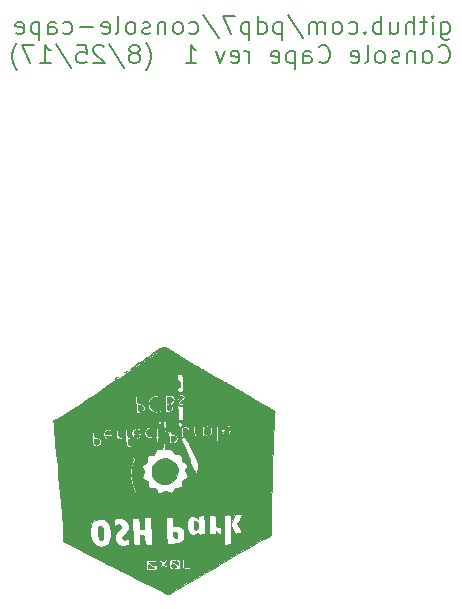
<source format=gbo>
G04 #@! TF.FileFunction,Legend,Bot*
%FSLAX46Y46*%
G04 Gerber Fmt 4.6, Leading zero omitted, Abs format (unit mm)*
G04 Created by KiCad (PCBNEW 4.0.6) date Sat Aug 26 00:36:03 2017*
%MOMM*%
%LPD*%
G01*
G04 APERTURE LIST*
%ADD10C,0.100000*%
%ADD11C,0.177800*%
%ADD12C,0.010000*%
G04 APERTURE END LIST*
D10*
D11*
X162433000Y-63930349D02*
X162433000Y-65164063D01*
X162505571Y-65309206D01*
X162578143Y-65381777D01*
X162723286Y-65454349D01*
X162941000Y-65454349D01*
X163086143Y-65381777D01*
X162433000Y-64873777D02*
X162578143Y-64946349D01*
X162868429Y-64946349D01*
X163013571Y-64873777D01*
X163086143Y-64801206D01*
X163158714Y-64656063D01*
X163158714Y-64220634D01*
X163086143Y-64075491D01*
X163013571Y-64002920D01*
X162868429Y-63930349D01*
X162578143Y-63930349D01*
X162433000Y-64002920D01*
X161707286Y-64946349D02*
X161707286Y-63930349D01*
X161707286Y-63422349D02*
X161779857Y-63494920D01*
X161707286Y-63567491D01*
X161634714Y-63494920D01*
X161707286Y-63422349D01*
X161707286Y-63567491D01*
X161199286Y-63930349D02*
X160618715Y-63930349D01*
X160981572Y-63422349D02*
X160981572Y-64728634D01*
X160909000Y-64873777D01*
X160763858Y-64946349D01*
X160618715Y-64946349D01*
X160110715Y-64946349D02*
X160110715Y-63422349D01*
X159457572Y-64946349D02*
X159457572Y-64148063D01*
X159530143Y-64002920D01*
X159675286Y-63930349D01*
X159893001Y-63930349D01*
X160038143Y-64002920D01*
X160110715Y-64075491D01*
X158078715Y-63930349D02*
X158078715Y-64946349D01*
X158731858Y-63930349D02*
X158731858Y-64728634D01*
X158659286Y-64873777D01*
X158514144Y-64946349D01*
X158296429Y-64946349D01*
X158151286Y-64873777D01*
X158078715Y-64801206D01*
X157353001Y-64946349D02*
X157353001Y-63422349D01*
X157353001Y-64002920D02*
X157207858Y-63930349D01*
X156917572Y-63930349D01*
X156772429Y-64002920D01*
X156699858Y-64075491D01*
X156627287Y-64220634D01*
X156627287Y-64656063D01*
X156699858Y-64801206D01*
X156772429Y-64873777D01*
X156917572Y-64946349D01*
X157207858Y-64946349D01*
X157353001Y-64873777D01*
X155974144Y-64801206D02*
X155901572Y-64873777D01*
X155974144Y-64946349D01*
X156046715Y-64873777D01*
X155974144Y-64801206D01*
X155974144Y-64946349D01*
X154595287Y-64873777D02*
X154740430Y-64946349D01*
X155030716Y-64946349D01*
X155175858Y-64873777D01*
X155248430Y-64801206D01*
X155321001Y-64656063D01*
X155321001Y-64220634D01*
X155248430Y-64075491D01*
X155175858Y-64002920D01*
X155030716Y-63930349D01*
X154740430Y-63930349D01*
X154595287Y-64002920D01*
X153724430Y-64946349D02*
X153869572Y-64873777D01*
X153942144Y-64801206D01*
X154014715Y-64656063D01*
X154014715Y-64220634D01*
X153942144Y-64075491D01*
X153869572Y-64002920D01*
X153724430Y-63930349D01*
X153506715Y-63930349D01*
X153361572Y-64002920D01*
X153289001Y-64075491D01*
X153216430Y-64220634D01*
X153216430Y-64656063D01*
X153289001Y-64801206D01*
X153361572Y-64873777D01*
X153506715Y-64946349D01*
X153724430Y-64946349D01*
X152563287Y-64946349D02*
X152563287Y-63930349D01*
X152563287Y-64075491D02*
X152490715Y-64002920D01*
X152345573Y-63930349D01*
X152127858Y-63930349D01*
X151982715Y-64002920D01*
X151910144Y-64148063D01*
X151910144Y-64946349D01*
X151910144Y-64148063D02*
X151837573Y-64002920D01*
X151692430Y-63930349D01*
X151474715Y-63930349D01*
X151329573Y-64002920D01*
X151257001Y-64148063D01*
X151257001Y-64946349D01*
X149442715Y-63349777D02*
X150749001Y-65309206D01*
X148934716Y-63930349D02*
X148934716Y-65454349D01*
X148934716Y-64002920D02*
X148789573Y-63930349D01*
X148499287Y-63930349D01*
X148354144Y-64002920D01*
X148281573Y-64075491D01*
X148209002Y-64220634D01*
X148209002Y-64656063D01*
X148281573Y-64801206D01*
X148354144Y-64873777D01*
X148499287Y-64946349D01*
X148789573Y-64946349D01*
X148934716Y-64873777D01*
X146902716Y-64946349D02*
X146902716Y-63422349D01*
X146902716Y-64873777D02*
X147047859Y-64946349D01*
X147338145Y-64946349D01*
X147483287Y-64873777D01*
X147555859Y-64801206D01*
X147628430Y-64656063D01*
X147628430Y-64220634D01*
X147555859Y-64075491D01*
X147483287Y-64002920D01*
X147338145Y-63930349D01*
X147047859Y-63930349D01*
X146902716Y-64002920D01*
X146177002Y-63930349D02*
X146177002Y-65454349D01*
X146177002Y-64002920D02*
X146031859Y-63930349D01*
X145741573Y-63930349D01*
X145596430Y-64002920D01*
X145523859Y-64075491D01*
X145451288Y-64220634D01*
X145451288Y-64656063D01*
X145523859Y-64801206D01*
X145596430Y-64873777D01*
X145741573Y-64946349D01*
X146031859Y-64946349D01*
X146177002Y-64873777D01*
X144943288Y-63422349D02*
X143927288Y-63422349D01*
X144580431Y-64946349D01*
X142258144Y-63349777D02*
X143564430Y-65309206D01*
X141097002Y-64873777D02*
X141242145Y-64946349D01*
X141532431Y-64946349D01*
X141677573Y-64873777D01*
X141750145Y-64801206D01*
X141822716Y-64656063D01*
X141822716Y-64220634D01*
X141750145Y-64075491D01*
X141677573Y-64002920D01*
X141532431Y-63930349D01*
X141242145Y-63930349D01*
X141097002Y-64002920D01*
X140226145Y-64946349D02*
X140371287Y-64873777D01*
X140443859Y-64801206D01*
X140516430Y-64656063D01*
X140516430Y-64220634D01*
X140443859Y-64075491D01*
X140371287Y-64002920D01*
X140226145Y-63930349D01*
X140008430Y-63930349D01*
X139863287Y-64002920D01*
X139790716Y-64075491D01*
X139718145Y-64220634D01*
X139718145Y-64656063D01*
X139790716Y-64801206D01*
X139863287Y-64873777D01*
X140008430Y-64946349D01*
X140226145Y-64946349D01*
X139065002Y-63930349D02*
X139065002Y-64946349D01*
X139065002Y-64075491D02*
X138992430Y-64002920D01*
X138847288Y-63930349D01*
X138629573Y-63930349D01*
X138484430Y-64002920D01*
X138411859Y-64148063D01*
X138411859Y-64946349D01*
X137758716Y-64873777D02*
X137613573Y-64946349D01*
X137323288Y-64946349D01*
X137178145Y-64873777D01*
X137105573Y-64728634D01*
X137105573Y-64656063D01*
X137178145Y-64510920D01*
X137323288Y-64438349D01*
X137541002Y-64438349D01*
X137686145Y-64365777D01*
X137758716Y-64220634D01*
X137758716Y-64148063D01*
X137686145Y-64002920D01*
X137541002Y-63930349D01*
X137323288Y-63930349D01*
X137178145Y-64002920D01*
X136234717Y-64946349D02*
X136379859Y-64873777D01*
X136452431Y-64801206D01*
X136525002Y-64656063D01*
X136525002Y-64220634D01*
X136452431Y-64075491D01*
X136379859Y-64002920D01*
X136234717Y-63930349D01*
X136017002Y-63930349D01*
X135871859Y-64002920D01*
X135799288Y-64075491D01*
X135726717Y-64220634D01*
X135726717Y-64656063D01*
X135799288Y-64801206D01*
X135871859Y-64873777D01*
X136017002Y-64946349D01*
X136234717Y-64946349D01*
X134855860Y-64946349D02*
X135001002Y-64873777D01*
X135073574Y-64728634D01*
X135073574Y-63422349D01*
X133694716Y-64873777D02*
X133839859Y-64946349D01*
X134130145Y-64946349D01*
X134275288Y-64873777D01*
X134347859Y-64728634D01*
X134347859Y-64148063D01*
X134275288Y-64002920D01*
X134130145Y-63930349D01*
X133839859Y-63930349D01*
X133694716Y-64002920D01*
X133622145Y-64148063D01*
X133622145Y-64293206D01*
X134347859Y-64438349D01*
X132969002Y-64365777D02*
X131807859Y-64365777D01*
X130429002Y-64873777D02*
X130574145Y-64946349D01*
X130864431Y-64946349D01*
X131009573Y-64873777D01*
X131082145Y-64801206D01*
X131154716Y-64656063D01*
X131154716Y-64220634D01*
X131082145Y-64075491D01*
X131009573Y-64002920D01*
X130864431Y-63930349D01*
X130574145Y-63930349D01*
X130429002Y-64002920D01*
X129122716Y-64946349D02*
X129122716Y-64148063D01*
X129195287Y-64002920D01*
X129340430Y-63930349D01*
X129630716Y-63930349D01*
X129775859Y-64002920D01*
X129122716Y-64873777D02*
X129267859Y-64946349D01*
X129630716Y-64946349D01*
X129775859Y-64873777D01*
X129848430Y-64728634D01*
X129848430Y-64583491D01*
X129775859Y-64438349D01*
X129630716Y-64365777D01*
X129267859Y-64365777D01*
X129122716Y-64293206D01*
X128397002Y-63930349D02*
X128397002Y-65454349D01*
X128397002Y-64002920D02*
X128251859Y-63930349D01*
X127961573Y-63930349D01*
X127816430Y-64002920D01*
X127743859Y-64075491D01*
X127671288Y-64220634D01*
X127671288Y-64656063D01*
X127743859Y-64801206D01*
X127816430Y-64873777D01*
X127961573Y-64946349D01*
X128251859Y-64946349D01*
X128397002Y-64873777D01*
X126437573Y-64873777D02*
X126582716Y-64946349D01*
X126873002Y-64946349D01*
X127018145Y-64873777D01*
X127090716Y-64728634D01*
X127090716Y-64148063D01*
X127018145Y-64002920D01*
X126873002Y-63930349D01*
X126582716Y-63930349D01*
X126437573Y-64002920D01*
X126365002Y-64148063D01*
X126365002Y-64293206D01*
X127090716Y-64438349D01*
X162215286Y-67265006D02*
X162287857Y-67337577D01*
X162505571Y-67410149D01*
X162650714Y-67410149D01*
X162868429Y-67337577D01*
X163013571Y-67192434D01*
X163086143Y-67047291D01*
X163158714Y-66757006D01*
X163158714Y-66539291D01*
X163086143Y-66249006D01*
X163013571Y-66103863D01*
X162868429Y-65958720D01*
X162650714Y-65886149D01*
X162505571Y-65886149D01*
X162287857Y-65958720D01*
X162215286Y-66031291D01*
X161344429Y-67410149D02*
X161489571Y-67337577D01*
X161562143Y-67265006D01*
X161634714Y-67119863D01*
X161634714Y-66684434D01*
X161562143Y-66539291D01*
X161489571Y-66466720D01*
X161344429Y-66394149D01*
X161126714Y-66394149D01*
X160981571Y-66466720D01*
X160909000Y-66539291D01*
X160836429Y-66684434D01*
X160836429Y-67119863D01*
X160909000Y-67265006D01*
X160981571Y-67337577D01*
X161126714Y-67410149D01*
X161344429Y-67410149D01*
X160183286Y-66394149D02*
X160183286Y-67410149D01*
X160183286Y-66539291D02*
X160110714Y-66466720D01*
X159965572Y-66394149D01*
X159747857Y-66394149D01*
X159602714Y-66466720D01*
X159530143Y-66611863D01*
X159530143Y-67410149D01*
X158877000Y-67337577D02*
X158731857Y-67410149D01*
X158441572Y-67410149D01*
X158296429Y-67337577D01*
X158223857Y-67192434D01*
X158223857Y-67119863D01*
X158296429Y-66974720D01*
X158441572Y-66902149D01*
X158659286Y-66902149D01*
X158804429Y-66829577D01*
X158877000Y-66684434D01*
X158877000Y-66611863D01*
X158804429Y-66466720D01*
X158659286Y-66394149D01*
X158441572Y-66394149D01*
X158296429Y-66466720D01*
X157353001Y-67410149D02*
X157498143Y-67337577D01*
X157570715Y-67265006D01*
X157643286Y-67119863D01*
X157643286Y-66684434D01*
X157570715Y-66539291D01*
X157498143Y-66466720D01*
X157353001Y-66394149D01*
X157135286Y-66394149D01*
X156990143Y-66466720D01*
X156917572Y-66539291D01*
X156845001Y-66684434D01*
X156845001Y-67119863D01*
X156917572Y-67265006D01*
X156990143Y-67337577D01*
X157135286Y-67410149D01*
X157353001Y-67410149D01*
X155974144Y-67410149D02*
X156119286Y-67337577D01*
X156191858Y-67192434D01*
X156191858Y-65886149D01*
X154813000Y-67337577D02*
X154958143Y-67410149D01*
X155248429Y-67410149D01*
X155393572Y-67337577D01*
X155466143Y-67192434D01*
X155466143Y-66611863D01*
X155393572Y-66466720D01*
X155248429Y-66394149D01*
X154958143Y-66394149D01*
X154813000Y-66466720D01*
X154740429Y-66611863D01*
X154740429Y-66757006D01*
X155466143Y-66902149D01*
X152055286Y-67265006D02*
X152127857Y-67337577D01*
X152345571Y-67410149D01*
X152490714Y-67410149D01*
X152708429Y-67337577D01*
X152853571Y-67192434D01*
X152926143Y-67047291D01*
X152998714Y-66757006D01*
X152998714Y-66539291D01*
X152926143Y-66249006D01*
X152853571Y-66103863D01*
X152708429Y-65958720D01*
X152490714Y-65886149D01*
X152345571Y-65886149D01*
X152127857Y-65958720D01*
X152055286Y-66031291D01*
X150749000Y-67410149D02*
X150749000Y-66611863D01*
X150821571Y-66466720D01*
X150966714Y-66394149D01*
X151257000Y-66394149D01*
X151402143Y-66466720D01*
X150749000Y-67337577D02*
X150894143Y-67410149D01*
X151257000Y-67410149D01*
X151402143Y-67337577D01*
X151474714Y-67192434D01*
X151474714Y-67047291D01*
X151402143Y-66902149D01*
X151257000Y-66829577D01*
X150894143Y-66829577D01*
X150749000Y-66757006D01*
X150023286Y-66394149D02*
X150023286Y-67918149D01*
X150023286Y-66466720D02*
X149878143Y-66394149D01*
X149587857Y-66394149D01*
X149442714Y-66466720D01*
X149370143Y-66539291D01*
X149297572Y-66684434D01*
X149297572Y-67119863D01*
X149370143Y-67265006D01*
X149442714Y-67337577D01*
X149587857Y-67410149D01*
X149878143Y-67410149D01*
X150023286Y-67337577D01*
X148063857Y-67337577D02*
X148209000Y-67410149D01*
X148499286Y-67410149D01*
X148644429Y-67337577D01*
X148717000Y-67192434D01*
X148717000Y-66611863D01*
X148644429Y-66466720D01*
X148499286Y-66394149D01*
X148209000Y-66394149D01*
X148063857Y-66466720D01*
X147991286Y-66611863D01*
X147991286Y-66757006D01*
X148717000Y-66902149D01*
X146177000Y-67410149D02*
X146177000Y-66394149D01*
X146177000Y-66684434D02*
X146104428Y-66539291D01*
X146031857Y-66466720D01*
X145886714Y-66394149D01*
X145741571Y-66394149D01*
X144652999Y-67337577D02*
X144798142Y-67410149D01*
X145088428Y-67410149D01*
X145233571Y-67337577D01*
X145306142Y-67192434D01*
X145306142Y-66611863D01*
X145233571Y-66466720D01*
X145088428Y-66394149D01*
X144798142Y-66394149D01*
X144652999Y-66466720D01*
X144580428Y-66611863D01*
X144580428Y-66757006D01*
X145306142Y-66902149D01*
X144072428Y-66394149D02*
X143709571Y-67410149D01*
X143346713Y-66394149D01*
X140806713Y-67410149D02*
X141677570Y-67410149D01*
X141242142Y-67410149D02*
X141242142Y-65886149D01*
X141387285Y-66103863D01*
X141532427Y-66249006D01*
X141677570Y-66321577D01*
X137395855Y-67990720D02*
X137468427Y-67918149D01*
X137613570Y-67700434D01*
X137686141Y-67555291D01*
X137758712Y-67337577D01*
X137831284Y-66974720D01*
X137831284Y-66684434D01*
X137758712Y-66321577D01*
X137686141Y-66103863D01*
X137613570Y-65958720D01*
X137468427Y-65741006D01*
X137395855Y-65668434D01*
X136597570Y-66539291D02*
X136742712Y-66466720D01*
X136815284Y-66394149D01*
X136887855Y-66249006D01*
X136887855Y-66176434D01*
X136815284Y-66031291D01*
X136742712Y-65958720D01*
X136597570Y-65886149D01*
X136307284Y-65886149D01*
X136162141Y-65958720D01*
X136089570Y-66031291D01*
X136016998Y-66176434D01*
X136016998Y-66249006D01*
X136089570Y-66394149D01*
X136162141Y-66466720D01*
X136307284Y-66539291D01*
X136597570Y-66539291D01*
X136742712Y-66611863D01*
X136815284Y-66684434D01*
X136887855Y-66829577D01*
X136887855Y-67119863D01*
X136815284Y-67265006D01*
X136742712Y-67337577D01*
X136597570Y-67410149D01*
X136307284Y-67410149D01*
X136162141Y-67337577D01*
X136089570Y-67265006D01*
X136016998Y-67119863D01*
X136016998Y-66829577D01*
X136089570Y-66684434D01*
X136162141Y-66611863D01*
X136307284Y-66539291D01*
X134275283Y-65813577D02*
X135581569Y-67773006D01*
X133839855Y-66031291D02*
X133767284Y-65958720D01*
X133622141Y-65886149D01*
X133259284Y-65886149D01*
X133114141Y-65958720D01*
X133041570Y-66031291D01*
X132968998Y-66176434D01*
X132968998Y-66321577D01*
X133041570Y-66539291D01*
X133912427Y-67410149D01*
X132968998Y-67410149D01*
X131590141Y-65886149D02*
X132315855Y-65886149D01*
X132388426Y-66611863D01*
X132315855Y-66539291D01*
X132170712Y-66466720D01*
X131807855Y-66466720D01*
X131662712Y-66539291D01*
X131590141Y-66611863D01*
X131517569Y-66757006D01*
X131517569Y-67119863D01*
X131590141Y-67265006D01*
X131662712Y-67337577D01*
X131807855Y-67410149D01*
X132170712Y-67410149D01*
X132315855Y-67337577D01*
X132388426Y-67265006D01*
X129775854Y-65813577D02*
X131082140Y-67773006D01*
X128469569Y-67410149D02*
X129340426Y-67410149D01*
X128904998Y-67410149D02*
X128904998Y-65886149D01*
X129050141Y-66103863D01*
X129195283Y-66249006D01*
X129340426Y-66321577D01*
X127961569Y-65886149D02*
X126945569Y-65886149D01*
X127598712Y-67410149D01*
X126510140Y-67990720D02*
X126437568Y-67918149D01*
X126292425Y-67700434D01*
X126219854Y-67555291D01*
X126147283Y-67337577D01*
X126074711Y-66974720D01*
X126074711Y-66684434D01*
X126147283Y-66321577D01*
X126219854Y-66103863D01*
X126292425Y-65958720D01*
X126437568Y-65741006D01*
X126510140Y-65668434D01*
D12*
G36*
X139461524Y-112315161D02*
X139523107Y-112275096D01*
X139629842Y-112206740D01*
X139814222Y-112093166D01*
X140066139Y-111940365D01*
X140375486Y-111754328D01*
X140732158Y-111541048D01*
X141126046Y-111306514D01*
X141547045Y-111056718D01*
X141985047Y-110797651D01*
X142429946Y-110535304D01*
X142871636Y-110275669D01*
X143300008Y-110024736D01*
X143704958Y-109788497D01*
X144076377Y-109572942D01*
X144272000Y-109460021D01*
X144672834Y-109229006D01*
X145100318Y-108982301D01*
X145531315Y-108733280D01*
X145942687Y-108495319D01*
X146311297Y-108281793D01*
X146603138Y-108112397D01*
X146896665Y-107944611D01*
X147172135Y-107792419D01*
X147413555Y-107664245D01*
X147604931Y-107568515D01*
X147730271Y-107513655D01*
X147754223Y-107506005D01*
X147911841Y-107437939D01*
X147975091Y-107348093D01*
X147983245Y-107268486D01*
X147990662Y-107102486D01*
X147997000Y-106865301D01*
X148001919Y-106572137D01*
X148005075Y-106238201D01*
X148006082Y-105968800D01*
X148008299Y-105568314D01*
X148013778Y-105105216D01*
X148022205Y-104589366D01*
X148033265Y-104030622D01*
X148046645Y-103438843D01*
X148062030Y-102823887D01*
X148079105Y-102195612D01*
X148097558Y-101563877D01*
X148117073Y-100938542D01*
X148137337Y-100329463D01*
X148158035Y-99746500D01*
X148178852Y-99199512D01*
X148199476Y-98698357D01*
X148219591Y-98252893D01*
X148238884Y-97872978D01*
X148257039Y-97568473D01*
X148273744Y-97349234D01*
X148283746Y-97256600D01*
X148288582Y-97130532D01*
X148243405Y-97050615D01*
X148144031Y-96982395D01*
X148043043Y-96924537D01*
X147870780Y-96827570D01*
X147644984Y-96701354D01*
X147383400Y-96555751D01*
X147103771Y-96400620D01*
X146823843Y-96245822D01*
X146561357Y-96101218D01*
X146344363Y-95982294D01*
X146125204Y-95860557D01*
X145982892Y-95775620D01*
X145903637Y-95718375D01*
X145873650Y-95679714D01*
X145872200Y-95670449D01*
X145910549Y-95671965D01*
X146005395Y-95711201D01*
X146126439Y-95773072D01*
X146243378Y-95842490D01*
X146304000Y-95885437D01*
X146367521Y-95924120D01*
X146500859Y-95998068D01*
X146683478Y-96096079D01*
X146862214Y-96189991D01*
X147080937Y-96305706D01*
X147277789Y-96413200D01*
X147428099Y-96498809D01*
X147497214Y-96541640D01*
X147624005Y-96620244D01*
X147785823Y-96710348D01*
X147836973Y-96736915D01*
X147989921Y-96817176D01*
X148119943Y-96889674D01*
X148152163Y-96909020D01*
X148254517Y-96946716D01*
X148297466Y-96918394D01*
X148265493Y-96849666D01*
X148214234Y-96806547D01*
X148131738Y-96754493D01*
X147985109Y-96666223D01*
X147790606Y-96551152D01*
X147564490Y-96418695D01*
X147323021Y-96278268D01*
X147082460Y-96139285D01*
X146859066Y-96011162D01*
X146669099Y-95903314D01*
X146528820Y-95825156D01*
X146454488Y-95786102D01*
X146447228Y-95783400D01*
X146396919Y-95758135D01*
X146286079Y-95692101D01*
X146148173Y-95605600D01*
X146002667Y-95514510D01*
X145894306Y-95450390D01*
X145848360Y-95427800D01*
X145797583Y-95401757D01*
X145690473Y-95334827D01*
X145600679Y-95275400D01*
X145466243Y-95189889D01*
X145364466Y-95134594D01*
X145330274Y-95123000D01*
X145266600Y-95097413D01*
X145146926Y-95031045D01*
X145028215Y-94957900D01*
X144859290Y-94850557D01*
X144725438Y-94769111D01*
X144584856Y-94688932D01*
X144399000Y-94587160D01*
X144273171Y-94517218D01*
X144091923Y-94414503D01*
X143887618Y-94297396D01*
X143814800Y-94255338D01*
X143565785Y-94113536D01*
X143285308Y-93957371D01*
X143029336Y-93817967D01*
X143002000Y-93803350D01*
X142820445Y-93702835D01*
X142676670Y-93616273D01*
X142591983Y-93556816D01*
X142578666Y-93542012D01*
X142520327Y-93499803D01*
X142499221Y-93497400D01*
X142429668Y-93470621D01*
X142301860Y-93399682D01*
X142140778Y-93298685D01*
X142104463Y-93274575D01*
X141931163Y-93163115D01*
X141777775Y-93072837D01*
X141673645Y-93020866D01*
X141663510Y-93017248D01*
X141545541Y-92962252D01*
X141491000Y-92922573D01*
X141409786Y-92864967D01*
X141275627Y-92786677D01*
X141198600Y-92745961D01*
X140961796Y-92622304D01*
X140805669Y-92532981D01*
X140718157Y-92470833D01*
X140696437Y-92447814D01*
X140632268Y-92397693D01*
X140519541Y-92334776D01*
X140512800Y-92331497D01*
X140360070Y-92247596D01*
X140208000Y-92149818D01*
X140077143Y-92065560D01*
X139901437Y-91963014D01*
X139776200Y-91894799D01*
X139591962Y-91788797D01*
X139417254Y-91673442D01*
X139329932Y-91606659D01*
X139199182Y-91516615D01*
X139078057Y-91465523D01*
X139050532Y-91461514D01*
X138923150Y-91451992D01*
X138861800Y-91443482D01*
X138759339Y-91448720D01*
X138645900Y-91477002D01*
X138545890Y-91521726D01*
X138506200Y-91559595D01*
X138465474Y-91601680D01*
X138361244Y-91671273D01*
X138277600Y-91719400D01*
X138147669Y-91797365D01*
X138064853Y-91860486D01*
X138049000Y-91883439D01*
X138009607Y-91921104D01*
X137994788Y-91922600D01*
X137931077Y-91956905D01*
X137829043Y-92044336D01*
X137766188Y-92107506D01*
X137667585Y-92206210D01*
X137604364Y-92258267D01*
X137591800Y-92259269D01*
X137555941Y-92260821D01*
X137466461Y-92306445D01*
X137350506Y-92378575D01*
X137235221Y-92459643D01*
X137165194Y-92517639D01*
X137244388Y-92517639D01*
X137256749Y-92489250D01*
X137307899Y-92434713D01*
X137337305Y-92445901D01*
X137337800Y-92453002D01*
X137301717Y-92495970D01*
X137279150Y-92511651D01*
X137244388Y-92517639D01*
X137165194Y-92517639D01*
X137147751Y-92532085D01*
X137119375Y-92564993D01*
X137054724Y-92626546D01*
X137027688Y-92633800D01*
X136960437Y-92661518D01*
X136839099Y-92732609D01*
X136690484Y-92828979D01*
X136541401Y-92932535D01*
X136418661Y-93025184D01*
X136349074Y-93088833D01*
X136345034Y-93094504D01*
X136358686Y-93108480D01*
X136423915Y-93084836D01*
X136506228Y-93039939D01*
X136571134Y-92990157D01*
X136575800Y-92985003D01*
X136635801Y-92940418D01*
X136775092Y-92851159D01*
X136984693Y-92722862D01*
X137176010Y-92608344D01*
X137248735Y-92562679D01*
X137387945Y-92473242D01*
X137575161Y-92351972D01*
X137791903Y-92210810D01*
X137845800Y-92175600D01*
X138073900Y-92028987D01*
X138284492Y-91898153D01*
X138456597Y-91795823D01*
X138569241Y-91734723D01*
X138582400Y-91728736D01*
X138734800Y-91663761D01*
X138729005Y-91668600D01*
X138811000Y-91668600D01*
X138829586Y-91626786D01*
X138844866Y-91634734D01*
X138850946Y-91695022D01*
X138844866Y-91702467D01*
X138814666Y-91695494D01*
X138811000Y-91668600D01*
X138729005Y-91668600D01*
X138582400Y-91790999D01*
X138445337Y-91895149D01*
X138323734Y-91973400D01*
X139192000Y-91973400D01*
X139196027Y-91926589D01*
X139214401Y-91922600D01*
X139266132Y-91959477D01*
X139268200Y-91973400D01*
X139250867Y-92022880D01*
X139245798Y-92024200D01*
X139202426Y-91988603D01*
X139192000Y-91973400D01*
X138323734Y-91973400D01*
X138314282Y-91979482D01*
X138303000Y-91985634D01*
X138237669Y-92025846D01*
X138202064Y-92048745D01*
X139319000Y-92048745D01*
X139336583Y-92026803D01*
X139399968Y-92043125D01*
X139525105Y-92103388D01*
X139629879Y-92159413D01*
X139761537Y-92236211D01*
X139843160Y-92293920D01*
X139857705Y-92315228D01*
X139806198Y-92305282D01*
X139697726Y-92260645D01*
X139563655Y-92196835D01*
X139435348Y-92129365D01*
X139344170Y-92073751D01*
X139319000Y-92048745D01*
X138202064Y-92048745D01*
X138095947Y-92116992D01*
X137886009Y-92253696D01*
X137654776Y-92405200D01*
X140030200Y-92405200D01*
X140055600Y-92379800D01*
X140081000Y-92405200D01*
X140055600Y-92430600D01*
X140030200Y-92405200D01*
X137654776Y-92405200D01*
X137616032Y-92430585D01*
X137610981Y-92433908D01*
X140144255Y-92433908D01*
X140151203Y-92430600D01*
X140197563Y-92466363D01*
X140208000Y-92481400D01*
X140220944Y-92528893D01*
X140213996Y-92532200D01*
X140167636Y-92496438D01*
X140157200Y-92481400D01*
X140144255Y-92433908D01*
X137610981Y-92433908D01*
X137345706Y-92608400D01*
X140335000Y-92608400D01*
X140360400Y-92583000D01*
X140385800Y-92608400D01*
X140360400Y-92633800D01*
X140335000Y-92608400D01*
X137345706Y-92608400D01*
X137294193Y-92642284D01*
X137249289Y-92671907D01*
X140525134Y-92671907D01*
X140581954Y-92700977D01*
X140622242Y-92727491D01*
X140738517Y-92798766D01*
X140822027Y-92835609D01*
X140831921Y-92837000D01*
X140901639Y-92872048D01*
X140948682Y-92918119D01*
X140954577Y-92945807D01*
X140898889Y-92930102D01*
X140804880Y-92883503D01*
X140695812Y-92818508D01*
X140594947Y-92747613D01*
X140538200Y-92697592D01*
X140525134Y-92671907D01*
X137249289Y-92671907D01*
X136928669Y-92883418D01*
X136729990Y-93014800D01*
X141046200Y-93014800D01*
X141071600Y-92989400D01*
X141097000Y-93014800D01*
X141071600Y-93040200D01*
X141046200Y-93014800D01*
X136729990Y-93014800D01*
X136676314Y-93050295D01*
X141169294Y-93050295D01*
X141197556Y-93049585D01*
X141309108Y-93098712D01*
X141417135Y-93154500D01*
X141546661Y-93224181D01*
X141633671Y-93271478D01*
X141651566Y-93281500D01*
X141650174Y-93316759D01*
X141598108Y-93305390D01*
X141486533Y-93252723D01*
X141375007Y-93190626D01*
X141227414Y-93098192D01*
X141169294Y-93050295D01*
X136676314Y-93050295D01*
X136527636Y-93148612D01*
X136421993Y-93218622D01*
X139225406Y-93218622D01*
X139234407Y-93192600D01*
X139265235Y-93235161D01*
X139309285Y-93339346D01*
X139315410Y-93356541D01*
X139328220Y-93403206D01*
X141787376Y-93403206D01*
X141810501Y-93396661D01*
X141900088Y-93429970D01*
X141964067Y-93459998D01*
X142080958Y-93524568D01*
X142142567Y-93572104D01*
X142145233Y-93583700D01*
X142089927Y-93578219D01*
X141988364Y-93535934D01*
X141878948Y-93476215D01*
X141800080Y-93418430D01*
X141787376Y-93403206D01*
X139328220Y-93403206D01*
X139341286Y-93450800D01*
X139333089Y-93476853D01*
X139326090Y-93470841D01*
X139281870Y-93398530D01*
X139243732Y-93300567D01*
X139225406Y-93218622D01*
X136421993Y-93218622D01*
X136099270Y-93432491D01*
X135839200Y-93605125D01*
X135791850Y-93636563D01*
X142231818Y-93636563D01*
X142252666Y-93630858D01*
X142339129Y-93669389D01*
X142423724Y-93715876D01*
X142571504Y-93799231D01*
X142773776Y-93910301D01*
X142995030Y-94029659D01*
X143076723Y-94073160D01*
X143264903Y-94178215D01*
X143416205Y-94272600D01*
X143509551Y-94342652D01*
X143528627Y-94366083D01*
X143509456Y-94381598D01*
X143434936Y-94339310D01*
X143408952Y-94319711D01*
X143301004Y-94245077D01*
X143223389Y-94209169D01*
X143217595Y-94208600D01*
X143151145Y-94183795D01*
X143022003Y-94118390D01*
X142853466Y-94025905D01*
X142668828Y-93919858D01*
X142491385Y-93813767D01*
X142344434Y-93721151D01*
X142251270Y-93655527D01*
X142231818Y-93636563D01*
X135791850Y-93636563D01*
X135203818Y-94026986D01*
X140038908Y-94026986D01*
X140039022Y-93951303D01*
X140054218Y-93825203D01*
X140082497Y-93755962D01*
X140092325Y-93751400D01*
X140116327Y-93720549D01*
X140109756Y-93706031D01*
X140132967Y-93688535D01*
X140217605Y-93694238D01*
X140328026Y-93716337D01*
X140428586Y-93748031D01*
X140478724Y-93776445D01*
X140492456Y-93837163D01*
X140506149Y-93979657D01*
X140518400Y-94184112D01*
X140527197Y-94414801D01*
X143634515Y-94414801D01*
X143670870Y-94416977D01*
X143752248Y-94455763D01*
X143832357Y-94506736D01*
X143966236Y-94586849D01*
X144081500Y-94637159D01*
X144170192Y-94684065D01*
X144195800Y-94724851D01*
X144157248Y-94726823D01*
X144060025Y-94689214D01*
X143931776Y-94626033D01*
X143800145Y-94551288D01*
X143692780Y-94478990D01*
X143664940Y-94455847D01*
X143634515Y-94414801D01*
X140527197Y-94414801D01*
X140527804Y-94430713D01*
X140529435Y-94492087D01*
X140535011Y-94768363D01*
X140534957Y-94838141D01*
X144301633Y-94838141D01*
X144323252Y-94821044D01*
X144362135Y-94818200D01*
X144444128Y-94843600D01*
X144602200Y-94843600D01*
X144627600Y-94818200D01*
X144653000Y-94843600D01*
X144627600Y-94869000D01*
X144602200Y-94843600D01*
X144444128Y-94843600D01*
X144452238Y-94846112D01*
X144475200Y-94869000D01*
X144547899Y-94914550D01*
X144592498Y-94921491D01*
X144680711Y-94950457D01*
X144788464Y-95016399D01*
X144876644Y-95091739D01*
X144907000Y-95143224D01*
X144867119Y-95133591D01*
X144765983Y-95088962D01*
X144631346Y-95023326D01*
X144490964Y-94950671D01*
X144372594Y-94884985D01*
X144303992Y-94840255D01*
X144301633Y-94838141D01*
X140534957Y-94838141D01*
X140534862Y-94958726D01*
X140527422Y-95078775D01*
X140511129Y-95144112D01*
X140489605Y-95165244D01*
X144957800Y-95165244D01*
X144996449Y-95162849D01*
X145094005Y-95203927D01*
X145148300Y-95233136D01*
X145311933Y-95324065D01*
X145503374Y-95427490D01*
X145580100Y-95468081D01*
X145714637Y-95545918D01*
X145802232Y-95610568D01*
X145821400Y-95637206D01*
X145781949Y-95638391D01*
X145680130Y-95596880D01*
X145580100Y-95544759D01*
X145398199Y-95443887D01*
X145216036Y-95344272D01*
X145148300Y-95307741D01*
X145030999Y-95236294D01*
X144963908Y-95178675D01*
X144957800Y-95165244D01*
X140489605Y-95165244D01*
X140484417Y-95170337D01*
X140461078Y-95173800D01*
X140365112Y-95201951D01*
X140240122Y-95271072D01*
X140220330Y-95284707D01*
X140064577Y-95395613D01*
X140096524Y-95235876D01*
X140104852Y-95116891D01*
X140081323Y-95047171D01*
X140079198Y-95045687D01*
X140057922Y-94985272D01*
X140092447Y-94901236D01*
X140159626Y-94833905D01*
X140209787Y-94818200D01*
X140258719Y-94786879D01*
X140281189Y-94681744D01*
X140284200Y-94584212D01*
X140271826Y-94420234D01*
X140224313Y-94314863D01*
X140157694Y-94250714D01*
X140069383Y-94153989D01*
X140038908Y-94026986D01*
X135203818Y-94026986D01*
X134992659Y-94167184D01*
X134226614Y-94675311D01*
X133537105Y-95132059D01*
X132920178Y-95539980D01*
X132450465Y-95849792D01*
X136518619Y-95849792D01*
X136518679Y-95681690D01*
X136520485Y-95643700D01*
X136552184Y-95584774D01*
X136609278Y-95602010D01*
X136646564Y-95660555D01*
X136665750Y-95759611D01*
X136676538Y-95910494D01*
X136677400Y-95965355D01*
X136681945Y-96104249D01*
X136692910Y-96131199D01*
X137560239Y-96131199D01*
X137620942Y-95920572D01*
X137737539Y-95736723D01*
X137905086Y-95596617D01*
X138118639Y-95517218D01*
X138373253Y-95515492D01*
X138379200Y-95516443D01*
X138499858Y-95541077D01*
X138569700Y-95563772D01*
X138613911Y-95610930D01*
X138568785Y-95640538D01*
X138445699Y-95648427D01*
X138354626Y-95642560D01*
X138107790Y-95651963D01*
X137923611Y-95737869D01*
X137896073Y-95773027D01*
X138982842Y-95773027D01*
X138984625Y-95613820D01*
X138991810Y-95524451D01*
X138995777Y-95513957D01*
X139074364Y-95488035D01*
X139215643Y-95479002D01*
X139382363Y-95485484D01*
X139537269Y-95506108D01*
X139636507Y-95536672D01*
X140105276Y-95536672D01*
X140142347Y-95492074D01*
X140306577Y-95415729D01*
X140476912Y-95433233D01*
X140628634Y-95541624D01*
X140636950Y-95551367D01*
X140679555Y-95672537D01*
X140635796Y-95807753D01*
X140514340Y-95935121D01*
X140474332Y-95962250D01*
X140348523Y-96062012D01*
X140321039Y-96118390D01*
X145988869Y-96118390D01*
X146024600Y-96088200D01*
X146105657Y-96042511D01*
X146116457Y-96059719D01*
X146100800Y-96088200D01*
X146026610Y-96136500D01*
X146008901Y-96138223D01*
X145988869Y-96118390D01*
X140321039Y-96118390D01*
X140309308Y-96142452D01*
X140356388Y-96191614D01*
X140480264Y-96198506D01*
X140597637Y-96198269D01*
X140631860Y-96232752D01*
X140628431Y-96249306D01*
X140563669Y-96296499D01*
X140425992Y-96316598D01*
X140408190Y-96316800D01*
X140273336Y-96306262D01*
X140201151Y-96259750D01*
X140158914Y-96170270D01*
X140133319Y-96058233D01*
X140171444Y-95986158D01*
X140231133Y-95941670D01*
X140393937Y-95829493D01*
X140482419Y-95752228D01*
X140509346Y-95692465D01*
X140487487Y-95632793D01*
X140473005Y-95611869D01*
X140405669Y-95547970D01*
X140324486Y-95559973D01*
X140287424Y-95578475D01*
X140185623Y-95607709D01*
X140116264Y-95588627D01*
X140105276Y-95536672D01*
X139636507Y-95536672D01*
X139639839Y-95537698D01*
X139751162Y-95615590D01*
X139807056Y-95673093D01*
X139819351Y-95718039D01*
X140292388Y-95718039D01*
X140304749Y-95689650D01*
X140355899Y-95635113D01*
X140385305Y-95646301D01*
X140385800Y-95653402D01*
X140349717Y-95696370D01*
X140327150Y-95712051D01*
X140292388Y-95718039D01*
X139819351Y-95718039D01*
X139838858Y-95789342D01*
X139831846Y-95840421D01*
X140081000Y-95840421D01*
X140106347Y-95751033D01*
X140162994Y-95736896D01*
X140204442Y-95777645D01*
X140194325Y-95842313D01*
X140156640Y-95885465D01*
X140098670Y-95917599D01*
X140081396Y-95864322D01*
X140081000Y-95840421D01*
X139831846Y-95840421D01*
X139817942Y-95941687D01*
X139755327Y-96087102D01*
X139679323Y-96171889D01*
X139609233Y-96232596D01*
X139610553Y-96294398D01*
X139645706Y-96353764D01*
X140069630Y-96353764D01*
X140290775Y-96394203D01*
X140433548Y-96413877D01*
X140532107Y-96415711D01*
X140550460Y-96410823D01*
X140564902Y-96449136D01*
X140576879Y-96570881D01*
X140585263Y-96757898D01*
X140588927Y-96992027D01*
X140589000Y-97031691D01*
X140589000Y-97676378D01*
X140381604Y-97648561D01*
X140245305Y-97624959D01*
X140157846Y-97599947D01*
X140146644Y-97593179D01*
X140133968Y-97534496D01*
X140119867Y-97395151D01*
X140106066Y-97196035D01*
X140094355Y-96959689D01*
X140069630Y-96353764D01*
X139645706Y-96353764D01*
X139654180Y-96368073D01*
X139714049Y-96539317D01*
X139683233Y-96705001D01*
X139570297Y-96837842D01*
X139493360Y-96880311D01*
X139315334Y-96935464D01*
X139163224Y-96948391D01*
X139063514Y-96918624D01*
X139041807Y-96888300D01*
X139027593Y-96800025D01*
X139014092Y-96641600D01*
X139002085Y-96436357D01*
X138992354Y-96207626D01*
X138985679Y-95978739D01*
X138982842Y-95773027D01*
X137896073Y-95773027D01*
X137792170Y-95905679D01*
X137765356Y-95963520D01*
X137702609Y-96171271D01*
X137712080Y-96355385D01*
X137776450Y-96527261D01*
X137909315Y-96700131D01*
X138098302Y-96812412D01*
X138313376Y-96853897D01*
X138524505Y-96814379D01*
X138564876Y-96795185D01*
X138639953Y-96765736D01*
X138654300Y-96804850D01*
X138649757Y-96833201D01*
X138585563Y-96913357D01*
X138426124Y-96969614D01*
X138420485Y-96970819D01*
X138265609Y-96990212D01*
X138127752Y-96966605D01*
X137975278Y-96902200D01*
X137762952Y-96754105D01*
X137626300Y-96564931D01*
X137560377Y-96351640D01*
X137560239Y-96131199D01*
X136692910Y-96131199D01*
X136708458Y-96169412D01*
X136776253Y-96188679D01*
X136833139Y-96189800D01*
X137053537Y-96228273D01*
X137220838Y-96334370D01*
X137318262Y-96494112D01*
X137336184Y-96608900D01*
X137303069Y-96769565D01*
X137194365Y-96887887D01*
X137002403Y-96969153D01*
X136746111Y-97015683D01*
X136586223Y-97034274D01*
X136556088Y-96624737D01*
X136538337Y-96349252D01*
X136525509Y-96081624D01*
X136518619Y-95849792D01*
X132450465Y-95849792D01*
X132371876Y-95901627D01*
X131888240Y-96219554D01*
X131465316Y-96496313D01*
X131099147Y-96734457D01*
X130785774Y-96936539D01*
X130521243Y-97105112D01*
X130301596Y-97242730D01*
X130122877Y-97351943D01*
X129981129Y-97435307D01*
X129872395Y-97495374D01*
X129792719Y-97534695D01*
X129738144Y-97555826D01*
X129707519Y-97561400D01*
X129613009Y-97598762D01*
X129582646Y-97640529D01*
X129580612Y-97707790D01*
X129586950Y-97837802D01*
X138404600Y-97837802D01*
X138427198Y-97742225D01*
X138512980Y-97713984D01*
X138525834Y-97713800D01*
X138618300Y-97736816D01*
X138662047Y-97824494D01*
X138669255Y-97864969D01*
X138670742Y-97887972D01*
X138861800Y-97887972D01*
X138866408Y-97748839D01*
X138892782Y-97683482D01*
X138959741Y-97664117D01*
X139014200Y-97663000D01*
X139121205Y-97677715D01*
X139166588Y-97713168D01*
X139166600Y-97713800D01*
X139146945Y-97739200D01*
X139369800Y-97739200D01*
X139395200Y-97713800D01*
X139420600Y-97739200D01*
X139395200Y-97764600D01*
X139369800Y-97739200D01*
X139146945Y-97739200D01*
X139128427Y-97763129D01*
X139116463Y-97764600D01*
X139093246Y-97812783D01*
X139082775Y-97939402D01*
X140131800Y-97939402D01*
X140150857Y-97847957D01*
X140228176Y-97816934D01*
X140271980Y-97815400D01*
X140409718Y-97853128D01*
X140474030Y-97914470D01*
X140505312Y-97995408D01*
X140476579Y-98078014D01*
X140417611Y-98155770D01*
X140329888Y-98272230D01*
X140273342Y-98367023D01*
X140270372Y-98374200D01*
X140250272Y-98383941D01*
X140238215Y-98309470D01*
X140237410Y-98288299D01*
X140220115Y-98166229D01*
X140183896Y-98095654D01*
X140182600Y-98094800D01*
X140143276Y-98024776D01*
X140131800Y-97939402D01*
X139082775Y-97939402D01*
X139082058Y-97948068D01*
X139083886Y-98156557D01*
X139085603Y-98199218D01*
X139093329Y-98409090D01*
X139091282Y-98536606D01*
X139075876Y-98600822D01*
X139043524Y-98620794D01*
X139006728Y-98618318D01*
X138929378Y-98583872D01*
X138915667Y-98552000D01*
X138956375Y-98512350D01*
X138968480Y-98513900D01*
X139006088Y-98487183D01*
X139013331Y-98401827D01*
X138993696Y-98294988D01*
X138950670Y-98203821D01*
X138938000Y-98189143D01*
X138886546Y-98084287D01*
X138862431Y-97920510D01*
X138861800Y-97887972D01*
X138670742Y-97887972D01*
X138675660Y-97963992D01*
X138648679Y-97978181D01*
X138629161Y-97964449D01*
X138567077Y-97943333D01*
X138546242Y-97974674D01*
X138504730Y-98015329D01*
X138452328Y-97983148D01*
X138412581Y-97900882D01*
X138404600Y-97837802D01*
X129586950Y-97837802D01*
X129588239Y-97864231D01*
X129604572Y-98097986D01*
X129608646Y-98148599D01*
X138607800Y-98148599D01*
X138624541Y-98075201D01*
X138668528Y-98097204D01*
X138681830Y-98116690D01*
X138675460Y-98181934D01*
X138659428Y-98195888D01*
X138615250Y-98184851D01*
X138607800Y-98148599D01*
X129608646Y-98148599D01*
X129628659Y-98397191D01*
X129647824Y-98616108D01*
X132818898Y-98616108D01*
X132823926Y-98504844D01*
X132839926Y-98446924D01*
X132868044Y-98426353D01*
X132882841Y-98425000D01*
X132931961Y-98448532D01*
X132961518Y-98532229D01*
X132976577Y-98681683D01*
X133788380Y-98681683D01*
X133825308Y-98573647D01*
X133885295Y-98499183D01*
X134034418Y-98401709D01*
X134211418Y-98371495D01*
X134378822Y-98410045D01*
X134467600Y-98475800D01*
X134522437Y-98548417D01*
X134512179Y-98563458D01*
X134868426Y-98563458D01*
X134871360Y-98441776D01*
X134891718Y-98384977D01*
X134919594Y-98374200D01*
X134971214Y-98422932D01*
X135011332Y-98570259D01*
X135012401Y-98577538D01*
X135634375Y-98577538D01*
X135638291Y-98435466D01*
X135653052Y-98359942D01*
X135681184Y-98333523D01*
X135706755Y-98334211D01*
X135765235Y-98383085D01*
X135796325Y-98511563D01*
X135801796Y-98577839D01*
X135803321Y-98595428D01*
X136176943Y-98595428D01*
X136212615Y-98491506D01*
X136287920Y-98403462D01*
X136442090Y-98305107D01*
X136622876Y-98268947D01*
X136793998Y-98297022D01*
X136901232Y-98368932D01*
X136949149Y-98451087D01*
X136919479Y-98489813D01*
X136828961Y-98479440D01*
X136720697Y-98430104D01*
X136617267Y-98381022D01*
X136545466Y-98393013D01*
X136478091Y-98446879D01*
X136399382Y-98547265D01*
X136372600Y-98629127D01*
X136372753Y-98629695D01*
X137253522Y-98629695D01*
X137308646Y-98435321D01*
X137434997Y-98285527D01*
X137540283Y-98243095D01*
X137680154Y-98232228D01*
X137817114Y-98249781D01*
X137913670Y-98292605D01*
X137936351Y-98327609D01*
X137924500Y-98382466D01*
X137844304Y-98391281D01*
X137802923Y-98386199D01*
X137615209Y-98392733D01*
X137491566Y-98472058D01*
X137440326Y-98618226D01*
X137439400Y-98645678D01*
X137477045Y-98838066D01*
X137580231Y-98960148D01*
X137734333Y-99002108D01*
X137909300Y-98961157D01*
X137982527Y-98952309D01*
X137998200Y-98998330D01*
X137964873Y-99062999D01*
X138150600Y-99062999D01*
X138180848Y-98993555D01*
X138208694Y-98983800D01*
X138239050Y-98947009D01*
X138246989Y-98830047D01*
X138234490Y-98636272D01*
X138219909Y-98429802D01*
X138226402Y-98304620D01*
X138258658Y-98241742D01*
X138321365Y-98222185D01*
X138336866Y-98221800D01*
X138375166Y-98252174D01*
X138396786Y-98352829D01*
X138404477Y-98538068D01*
X138404600Y-98573977D01*
X138407747Y-98761692D01*
X138421005Y-98865612D01*
X138768886Y-98865612D01*
X138781261Y-98838421D01*
X138838819Y-98799361D01*
X138859554Y-98804613D01*
X138921315Y-98792709D01*
X138963864Y-98754641D01*
X139029478Y-98687425D01*
X139052690Y-98708918D01*
X139051032Y-98780600D01*
X139029366Y-98854260D01*
X139168144Y-98854260D01*
X139173680Y-98757937D01*
X139194369Y-98752494D01*
X139224208Y-98798196D01*
X139225218Y-98801846D01*
X139319000Y-98801846D01*
X139320959Y-98532387D01*
X139328001Y-98349532D01*
X139341869Y-98238342D01*
X139364310Y-98183875D01*
X139392664Y-98171000D01*
X139439171Y-98202379D01*
X139467825Y-98306710D01*
X139481564Y-98463100D01*
X139491721Y-98657834D01*
X140237410Y-98657834D01*
X140246750Y-98591945D01*
X140264091Y-98591159D01*
X140272025Y-98635642D01*
X140360400Y-98635642D01*
X140364926Y-98433300D01*
X140382288Y-98306786D01*
X140418163Y-98230582D01*
X140459009Y-98192271D01*
X140626360Y-98127118D01*
X140812552Y-98139521D01*
X140974723Y-98226320D01*
X140979425Y-98230656D01*
X141015677Y-98273052D01*
X141414299Y-98273052D01*
X141422848Y-98181674D01*
X141426711Y-98171791D01*
X141484811Y-98118226D01*
X141528420Y-98157913D01*
X141552174Y-98282913D01*
X141552650Y-98296406D01*
X142163800Y-98296406D01*
X142167444Y-98007207D01*
X142177880Y-97790138D01*
X142194367Y-97655206D01*
X142214600Y-97612200D01*
X142253584Y-97656142D01*
X142272014Y-97751900D01*
X142277220Y-97908959D01*
X142279620Y-98056700D01*
X142288728Y-98179799D01*
X142326764Y-98212184D01*
X142412894Y-98164273D01*
X142440209Y-98143985D01*
X142597963Y-98078435D01*
X142758766Y-98097115D01*
X142899345Y-98186123D01*
X142996427Y-98331557D01*
X143027400Y-98494737D01*
X143012232Y-98685083D01*
X142956192Y-98808671D01*
X142927251Y-98831400D01*
X143332200Y-98831400D01*
X143333582Y-98533168D01*
X143338670Y-98322388D01*
X143348876Y-98184937D01*
X143365612Y-98106695D01*
X143390290Y-98073539D01*
X143408400Y-98069400D01*
X143438223Y-98083222D01*
X143459301Y-98134102D01*
X143473046Y-98236162D01*
X143480870Y-98403524D01*
X143481933Y-98482651D01*
X143789400Y-98482651D01*
X143827135Y-98279322D01*
X143928371Y-98117098D01*
X144075152Y-98020789D01*
X144133417Y-98007314D01*
X144263301Y-98013894D01*
X144400535Y-98053386D01*
X144508700Y-98111414D01*
X144551400Y-98172305D01*
X144514283Y-98215338D01*
X144437663Y-98214793D01*
X144373630Y-98171051D01*
X144373600Y-98171000D01*
X144292385Y-98122897D01*
X144174252Y-98131701D01*
X144060976Y-98190057D01*
X144020880Y-98233104D01*
X143961982Y-98330404D01*
X143941800Y-98385504D01*
X143987930Y-98406426D01*
X144107733Y-98420745D01*
X144243601Y-98425000D01*
X144410384Y-98433427D01*
X144533404Y-98455265D01*
X144578694Y-98478867D01*
X144592254Y-98585915D01*
X144536532Y-98708178D01*
X144434795Y-98818944D01*
X144310306Y-98891502D01*
X144208500Y-98903889D01*
X144099341Y-98891328D01*
X144068800Y-98888550D01*
X143939858Y-98831356D01*
X143840863Y-98701837D01*
X143791617Y-98528759D01*
X143789400Y-98482651D01*
X143481933Y-98482651D01*
X143484186Y-98650310D01*
X143484600Y-98831400D01*
X143483217Y-99129633D01*
X143478129Y-99340413D01*
X143467923Y-99477864D01*
X143451187Y-99556106D01*
X143426509Y-99589262D01*
X143408400Y-99593400D01*
X143378576Y-99579579D01*
X143357498Y-99528699D01*
X143343753Y-99426639D01*
X143335929Y-99259277D01*
X143332613Y-99012491D01*
X143332200Y-98831400D01*
X142927251Y-98831400D01*
X142843469Y-98897198D01*
X142820566Y-98909479D01*
X142641558Y-98975653D01*
X142500468Y-98960752D01*
X142409100Y-98899727D01*
X142340444Y-98855062D01*
X142316200Y-98868892D01*
X142275584Y-98931514D01*
X142240000Y-98951371D01*
X142209026Y-98950814D01*
X142187604Y-98911737D01*
X142174070Y-98819825D01*
X142166757Y-98660764D01*
X142164000Y-98420237D01*
X142163800Y-98296406D01*
X141552650Y-98296406D01*
X141554948Y-98361500D01*
X141581719Y-98615941D01*
X141659691Y-98784841D01*
X141788121Y-98866775D01*
X141822077Y-98872875D01*
X141923020Y-98899619D01*
X141960600Y-98936375D01*
X141919575Y-98973122D01*
X141827461Y-98982363D01*
X141730696Y-98965063D01*
X141679675Y-98930534D01*
X141622186Y-98908131D01*
X141573849Y-98937773D01*
X141501432Y-98976654D01*
X141475194Y-98972528D01*
X141455679Y-98907354D01*
X141437888Y-98772699D01*
X141423764Y-98600684D01*
X141415253Y-98423429D01*
X141414299Y-98273052D01*
X141015677Y-98273052D01*
X141044030Y-98306210D01*
X141079828Y-98400001D01*
X141094743Y-98542834D01*
X141097000Y-98687856D01*
X141092322Y-98878300D01*
X141075537Y-98986245D01*
X141042517Y-99030476D01*
X141020800Y-99034600D01*
X140972601Y-99007094D01*
X140949246Y-98912054D01*
X140944600Y-98783908D01*
X140929111Y-98531920D01*
X140880369Y-98369952D01*
X140794961Y-98290902D01*
X140703275Y-98281929D01*
X140631331Y-98294980D01*
X140588475Y-98328621D01*
X140565679Y-98405479D01*
X140553915Y-98548180D01*
X140548608Y-98669584D01*
X140537678Y-98862241D01*
X140520582Y-98972618D01*
X140491783Y-99020032D01*
X140447008Y-99024055D01*
X140401273Y-98998791D01*
X140374756Y-98931392D01*
X140362740Y-98800706D01*
X140360400Y-98635642D01*
X140272025Y-98635642D01*
X140276218Y-98659149D01*
X140268102Y-98688525D01*
X140245545Y-98707768D01*
X140237410Y-98657834D01*
X139491721Y-98657834D01*
X139496800Y-98755200D01*
X139720828Y-98785096D01*
X139937863Y-98850112D01*
X140074108Y-98970217D01*
X140123903Y-99135301D01*
X140112365Y-99189825D01*
X140377052Y-99189825D01*
X140411364Y-99125622D01*
X140543487Y-99072452D01*
X140705540Y-99040611D01*
X140740262Y-99081878D01*
X140809090Y-99199562D01*
X140903497Y-99377857D01*
X141014951Y-99600959D01*
X141073199Y-99721839D01*
X141203800Y-99990271D01*
X141334989Y-100249866D01*
X141453626Y-100475269D01*
X141546572Y-100641124D01*
X141566768Y-100674339D01*
X141660144Y-100843705D01*
X141727669Y-101004068D01*
X141750019Y-101092000D01*
X141772570Y-101203844D01*
X141802640Y-101257877D01*
X141814844Y-101310586D01*
X141814647Y-101434884D01*
X141813877Y-101447600D01*
X141859000Y-101447600D01*
X141884400Y-101422200D01*
X141909800Y-101447600D01*
X141884400Y-101473000D01*
X141859000Y-101447600D01*
X141813877Y-101447600D01*
X141806180Y-101574600D01*
X141909800Y-101574600D01*
X141928386Y-101532786D01*
X141943666Y-101540734D01*
X141949746Y-101601022D01*
X141943666Y-101608467D01*
X141913466Y-101601494D01*
X141909800Y-101574600D01*
X141806180Y-101574600D01*
X141804527Y-101601855D01*
X141786958Y-101782585D01*
X141764417Y-101948156D01*
X141739380Y-102069655D01*
X141730932Y-102095300D01*
X141686692Y-102168611D01*
X141663064Y-102181939D01*
X141628607Y-102138062D01*
X141563279Y-102022241D01*
X141478275Y-101855014D01*
X141429536Y-101753545D01*
X141338404Y-101571091D01*
X141259666Y-101433257D01*
X141204686Y-101359000D01*
X141188818Y-101352046D01*
X141169217Y-101336711D01*
X141179216Y-101297839D01*
X141180525Y-101230883D01*
X141157990Y-101219000D01*
X141127090Y-101178839D01*
X141132284Y-101120444D01*
X141123769Y-101017252D01*
X141069986Y-100844184D01*
X140977560Y-100618714D01*
X140853114Y-100358316D01*
X140816517Y-100287403D01*
X140772102Y-100174123D01*
X140768645Y-100098568D01*
X140769579Y-100096903D01*
X140761066Y-100053408D01*
X140744398Y-100050600D01*
X140699425Y-100023580D01*
X140699752Y-100012500D01*
X140686350Y-99945556D01*
X140641629Y-99827806D01*
X140627790Y-99796600D01*
X140501126Y-99512446D01*
X140416848Y-99308492D01*
X140377052Y-99189825D01*
X140112365Y-99189825D01*
X140081588Y-99335249D01*
X140057478Y-99386567D01*
X139980322Y-99500949D01*
X139878421Y-99564441D01*
X139722328Y-99590350D01*
X139599680Y-99593400D01*
X139436372Y-99577473D01*
X139356602Y-99526819D01*
X139349835Y-99513046D01*
X139337961Y-99433186D01*
X139328208Y-99274445D01*
X139321561Y-99059539D01*
X139319003Y-98811180D01*
X139319000Y-98801846D01*
X139225218Y-98801846D01*
X139251751Y-98897665D01*
X139222664Y-98948056D01*
X139182680Y-98961690D01*
X139168358Y-98887123D01*
X139168144Y-98854260D01*
X139029366Y-98854260D01*
X139026702Y-98863314D01*
X139000391Y-98882200D01*
X138980184Y-98913964D01*
X138988800Y-98933000D01*
X138983873Y-98979772D01*
X138964803Y-98983800D01*
X138900190Y-98943149D01*
X138880282Y-98907892D01*
X138828805Y-98858764D01*
X138797827Y-98864941D01*
X138768886Y-98865612D01*
X138421005Y-98865612D01*
X138421859Y-98872304D01*
X138453936Y-98930230D01*
X138510981Y-98959891D01*
X138515696Y-98961415D01*
X138592875Y-98993207D01*
X138577890Y-99030757D01*
X138534261Y-99064336D01*
X138453873Y-99168367D01*
X138429648Y-99248399D01*
X138414066Y-99373792D01*
X138392335Y-99427940D01*
X138348734Y-99440749D01*
X138328400Y-99441000D01*
X138272477Y-99403125D01*
X138252432Y-99281588D01*
X138252200Y-99260202D01*
X138240166Y-99144614D01*
X138208334Y-99107849D01*
X138201400Y-99110800D01*
X138157910Y-99099284D01*
X138150600Y-99062999D01*
X137964873Y-99062999D01*
X137955438Y-99081307D01*
X137846938Y-99128331D01*
X137702373Y-99138355D01*
X137551421Y-99110336D01*
X137423756Y-99043228D01*
X137398236Y-99019458D01*
X137282946Y-98833184D01*
X137253522Y-98629695D01*
X136372753Y-98629695D01*
X136384978Y-98674942D01*
X136436513Y-98697553D01*
X136548801Y-98700955D01*
X136710327Y-98691569D01*
X137048054Y-98667230D01*
X137014974Y-98838215D01*
X136940410Y-99023322D01*
X136816282Y-99137536D01*
X136663472Y-99183170D01*
X136502865Y-99162541D01*
X136355345Y-99077961D01*
X136241796Y-98931746D01*
X136185488Y-98746283D01*
X136176943Y-98595428D01*
X135803321Y-98595428D01*
X135820951Y-98798764D01*
X135851659Y-98938124D01*
X135901057Y-99015857D01*
X135970996Y-99050574D01*
X136044425Y-99101893D01*
X136047116Y-99169780D01*
X135981474Y-99211108D01*
X135961966Y-99212400D01*
X135907087Y-99256150D01*
X135876712Y-99363376D01*
X135874856Y-99498039D01*
X135905531Y-99624105D01*
X135914143Y-99641853D01*
X135986981Y-99723948D01*
X136044187Y-99745800D01*
X136109977Y-99786504D01*
X136118600Y-99822000D01*
X136079704Y-99881950D01*
X135987437Y-99896223D01*
X135878425Y-99866288D01*
X135801803Y-99809300D01*
X135741769Y-99704187D01*
X135696702Y-99535648D01*
X135664804Y-99292588D01*
X135644276Y-98963911D01*
X135638778Y-98803602D01*
X135634375Y-98577538D01*
X135012401Y-98577538D01*
X135025442Y-98666300D01*
X135061433Y-98879015D01*
X135112286Y-99007919D01*
X135189040Y-99070729D01*
X135286620Y-99085400D01*
X135384089Y-99113040D01*
X135407400Y-99161600D01*
X135369149Y-99222531D01*
X135281045Y-99233847D01*
X135183053Y-99193417D01*
X135161444Y-99174725D01*
X135098471Y-99140062D01*
X135051800Y-99187000D01*
X134995709Y-99235003D01*
X134948732Y-99182494D01*
X134910774Y-99029241D01*
X134881739Y-98775010D01*
X134881170Y-98767900D01*
X134868426Y-98563458D01*
X134512179Y-98563458D01*
X134505626Y-98573066D01*
X134409290Y-98551785D01*
X134307947Y-98517061D01*
X134182932Y-98483422D01*
X134097728Y-98503463D01*
X134037640Y-98550334D01*
X133959883Y-98650067D01*
X133934200Y-98729728D01*
X133949958Y-98777264D01*
X134011627Y-98802582D01*
X134140794Y-98811192D01*
X134251700Y-98810754D01*
X134426955Y-98811628D01*
X134524951Y-98825785D01*
X134569851Y-98860560D01*
X134584306Y-98911701D01*
X134559457Y-99058782D01*
X134457593Y-99179000D01*
X134303236Y-99249100D01*
X134219016Y-99258120D01*
X134021962Y-99215991D01*
X133882948Y-99091292D01*
X133804518Y-98886562D01*
X133796406Y-98836837D01*
X133788380Y-98681683D01*
X132976577Y-98681683D01*
X132977994Y-98695746D01*
X132979164Y-98717100D01*
X132994400Y-99009200D01*
X133218428Y-99039096D01*
X133430265Y-99106563D01*
X133570980Y-99233986D01*
X133630903Y-99406649D01*
X133600364Y-99609835D01*
X133597843Y-99616525D01*
X133521665Y-99709188D01*
X133389520Y-99783233D01*
X133231177Y-99831942D01*
X133076407Y-99848595D01*
X132954980Y-99826474D01*
X132900839Y-99773832D01*
X132887332Y-99696935D01*
X132871052Y-99540775D01*
X132853988Y-99327578D01*
X132838130Y-99079569D01*
X132837181Y-99062632D01*
X132823698Y-98796706D01*
X132818898Y-98616108D01*
X129647824Y-98616108D01*
X129659544Y-98749981D01*
X129696274Y-99144491D01*
X129736828Y-99558229D01*
X129832266Y-100517615D01*
X129922204Y-101438831D01*
X129993522Y-102184200D01*
X136061097Y-102184200D01*
X136079886Y-101829380D01*
X136141338Y-101495022D01*
X136253602Y-101150074D01*
X136424822Y-100763486D01*
X136444212Y-100723950D01*
X136514930Y-100576691D01*
X136562696Y-100469453D01*
X136575800Y-100431755D01*
X136596649Y-100371650D01*
X136652047Y-100246147D01*
X136731272Y-100077065D01*
X136823600Y-99886220D01*
X136918308Y-99695431D01*
X137004674Y-99526516D01*
X137071973Y-99401292D01*
X137109484Y-99341579D01*
X137112668Y-99339400D01*
X137122238Y-99380298D01*
X137106662Y-99453700D01*
X137066541Y-99563365D01*
X137000677Y-99722822D01*
X136950839Y-99836206D01*
X136885430Y-99985790D01*
X136841480Y-100095198D01*
X136829800Y-100133518D01*
X136810474Y-100188660D01*
X136757806Y-100317600D01*
X136679757Y-100501307D01*
X136584286Y-100720755D01*
X136580699Y-100728912D01*
X136387820Y-101210000D01*
X136262259Y-101626725D01*
X137092906Y-101626725D01*
X137098029Y-101493882D01*
X137202330Y-101372885D01*
X137299700Y-101310632D01*
X137425430Y-101235769D01*
X137489701Y-101166741D01*
X137513491Y-101066198D01*
X137517597Y-100922738D01*
X137532335Y-100732998D01*
X137584978Y-100621887D01*
X137693431Y-100568423D01*
X137833100Y-100553028D01*
X137968116Y-100546143D01*
X138061498Y-100539571D01*
X138061700Y-100539550D01*
X138122880Y-100493526D01*
X138194908Y-100387389D01*
X138211395Y-100355400D01*
X138302732Y-100184828D01*
X138384156Y-100092316D01*
X138480136Y-100060320D01*
X138608981Y-100070297D01*
X138706755Y-100082401D01*
X138772063Y-100070924D01*
X138811362Y-100019906D01*
X138831109Y-99913387D01*
X138837762Y-99735408D01*
X138837905Y-99504513D01*
X138842871Y-99291281D01*
X138858523Y-99152853D01*
X138883337Y-99101674D01*
X138887200Y-99102092D01*
X138934177Y-99160150D01*
X138948036Y-99216380D01*
X138956907Y-99312417D01*
X138971172Y-99476959D01*
X138988000Y-99677244D01*
X138990856Y-99711818D01*
X139023640Y-100109636D01*
X139260220Y-100079937D01*
X139464525Y-100076446D01*
X139599705Y-100133819D01*
X139684286Y-100261539D01*
X139699454Y-100304795D01*
X139758181Y-100427901D01*
X139851013Y-100481825D01*
X140004956Y-100479831D01*
X140044196Y-100474090D01*
X140235478Y-100476930D01*
X140362538Y-100557741D01*
X140427100Y-100718148D01*
X140436600Y-100843871D01*
X140447285Y-100995640D01*
X140493536Y-101099227D01*
X140596638Y-101184032D01*
X140737785Y-101259805D01*
X140878945Y-101363082D01*
X140921434Y-101487879D01*
X140866700Y-101640156D01*
X140839864Y-101680604D01*
X140753691Y-101854418D01*
X140764004Y-102002574D01*
X140843193Y-102108176D01*
X140895539Y-102196900D01*
X141929104Y-102196900D01*
X141935035Y-101980769D01*
X141946876Y-101808458D01*
X141962729Y-101701208D01*
X141975564Y-101676200D01*
X141993717Y-101722873D01*
X142004919Y-101846630D01*
X142007265Y-102023081D01*
X142006319Y-102069745D01*
X141996650Y-102277651D01*
X141980826Y-102460448D01*
X141962072Y-102581982D01*
X141959859Y-102590445D01*
X141945714Y-102597053D01*
X141935188Y-102516917D01*
X141929440Y-102364862D01*
X141929104Y-102196900D01*
X140895539Y-102196900D01*
X140925704Y-102248028D01*
X140933385Y-102352552D01*
X140908288Y-102458171D01*
X140835106Y-102533762D01*
X140707696Y-102599507D01*
X140536505Y-102701619D01*
X140459605Y-102821457D01*
X140462884Y-102870000D01*
X141859000Y-102870000D01*
X141884400Y-102844600D01*
X141909800Y-102870000D01*
X141884400Y-102895400D01*
X141859000Y-102870000D01*
X140462884Y-102870000D01*
X140469748Y-102971600D01*
X141808200Y-102971600D01*
X141833600Y-102946200D01*
X141859000Y-102971600D01*
X141833600Y-102997000D01*
X141808200Y-102971600D01*
X140469748Y-102971600D01*
X140469789Y-102972206D01*
X140482943Y-103010680D01*
X140494253Y-103073200D01*
X141808200Y-103073200D01*
X141833600Y-103047800D01*
X141859000Y-103073200D01*
X141833600Y-103098600D01*
X141808200Y-103073200D01*
X140494253Y-103073200D01*
X140503597Y-103124847D01*
X140446879Y-103215722D01*
X140429780Y-103231772D01*
X140366492Y-103276400D01*
X141706600Y-103276400D01*
X141732000Y-103251000D01*
X141757400Y-103276400D01*
X141732000Y-103301800D01*
X141706600Y-103276400D01*
X140366492Y-103276400D01*
X140349270Y-103288544D01*
X140243789Y-103322780D01*
X140084033Y-103341560D01*
X139946815Y-103348473D01*
X139879576Y-103378000D01*
X141655800Y-103378000D01*
X141681200Y-103352600D01*
X141706600Y-103378000D01*
X141681200Y-103403400D01*
X141655800Y-103378000D01*
X139879576Y-103378000D01*
X139852891Y-103389718D01*
X139773668Y-103515180D01*
X139759422Y-103549063D01*
X139666549Y-103707741D01*
X139546180Y-103771973D01*
X139387036Y-103745501D01*
X139295850Y-103702904D01*
X139108629Y-103623520D01*
X138968444Y-103619191D01*
X138853581Y-103690168D01*
X138836400Y-103708200D01*
X138722293Y-103780711D01*
X138584954Y-103799361D01*
X138457088Y-103769434D01*
X138371402Y-103696218D01*
X138353800Y-103630213D01*
X138320239Y-103540554D01*
X138256462Y-103458463D01*
X138157709Y-103393189D01*
X138023575Y-103381231D01*
X137957560Y-103388160D01*
X137761857Y-103380716D01*
X137632342Y-103303356D01*
X137577810Y-103164426D01*
X137588322Y-103037818D01*
X137602891Y-102907689D01*
X137565000Y-102814859D01*
X137458008Y-102736754D01*
X137319407Y-102673002D01*
X137163972Y-102570716D01*
X137096218Y-102439933D01*
X137121191Y-102297090D01*
X137179186Y-102216214D01*
X137272935Y-102062067D01*
X137265181Y-101905976D01*
X137185400Y-101777800D01*
X137092906Y-101626725D01*
X136262259Y-101626725D01*
X136260061Y-101634018D01*
X136193522Y-102018454D01*
X136184303Y-102380797D01*
X136191064Y-102476320D01*
X136279847Y-103007538D01*
X136442957Y-103493928D01*
X136674770Y-103921495D01*
X136874730Y-104178100D01*
X136942972Y-104266845D01*
X136956417Y-104314957D01*
X136948398Y-104317800D01*
X136884306Y-104277399D01*
X136783845Y-104169808D01*
X136662092Y-104015451D01*
X136534122Y-103834750D01*
X136415015Y-103648129D01*
X136319846Y-103476009D01*
X136306514Y-103448342D01*
X136187663Y-103156172D01*
X136111591Y-102865089D01*
X136071648Y-102540847D01*
X136061097Y-102184200D01*
X129993522Y-102184200D01*
X130006193Y-102316618D01*
X130083782Y-103145718D01*
X130154522Y-103920871D01*
X130217962Y-104636819D01*
X130223260Y-104698800D01*
X137490200Y-104698800D01*
X137515600Y-104673400D01*
X137541000Y-104698800D01*
X137515600Y-104724200D01*
X137490200Y-104698800D01*
X130223260Y-104698800D01*
X130231945Y-104800400D01*
X137642600Y-104800400D01*
X137668000Y-104775000D01*
X137693400Y-104800400D01*
X137668000Y-104825800D01*
X137642600Y-104800400D01*
X130231945Y-104800400D01*
X130273653Y-105288301D01*
X130321144Y-105870060D01*
X130359985Y-106376836D01*
X130389727Y-106803370D01*
X130409920Y-107144403D01*
X130412273Y-107202204D01*
X132679905Y-107202204D01*
X132680449Y-106820624D01*
X132746303Y-106513172D01*
X132880017Y-106274075D01*
X133084142Y-106097562D01*
X133193607Y-106039734D01*
X133434600Y-105959180D01*
X133651599Y-105957814D01*
X133839096Y-106015165D01*
X134070265Y-106165661D01*
X134180175Y-106303234D01*
X134696200Y-106303234D01*
X134699806Y-106133486D01*
X134718174Y-106036784D01*
X134762627Y-105984631D01*
X134835900Y-105951644D01*
X135121696Y-105899755D01*
X135413874Y-105945947D01*
X135500625Y-105981040D01*
X136220200Y-105981040D01*
X136236186Y-105930585D01*
X136298991Y-105903584D01*
X136430882Y-105893432D01*
X136518353Y-105892600D01*
X136816506Y-105892600D01*
X136847994Y-106083100D01*
X136867039Y-106251595D01*
X136878551Y-106455742D01*
X136880040Y-106540300D01*
X136880600Y-106807000D01*
X137251413Y-106807000D01*
X137219241Y-106353756D01*
X137204852Y-106122585D01*
X137209621Y-105974899D01*
X137246066Y-105892798D01*
X137326703Y-105858383D01*
X137464050Y-105853756D01*
X137566400Y-105857349D01*
X137820400Y-105867200D01*
X137834800Y-106096827D01*
X139080958Y-106096827D01*
X139090758Y-105950724D01*
X139120152Y-105862214D01*
X139175002Y-105816633D01*
X139261167Y-105799320D01*
X139384510Y-105795611D01*
X139426653Y-105795011D01*
X139570230Y-105796628D01*
X139643230Y-105822425D01*
X139676646Y-105894118D01*
X139692794Y-105981500D01*
X139715142Y-106171363D01*
X139724837Y-106361531D01*
X139724840Y-106362500D01*
X139725400Y-106553000D01*
X139966700Y-106554801D01*
X140201394Y-106579801D01*
X140247443Y-106601152D01*
X140891557Y-106601152D01*
X140893427Y-106349961D01*
X140922990Y-106129624D01*
X140966178Y-106001591D01*
X141103536Y-105811299D01*
X141264499Y-105711788D01*
X141436588Y-105705831D01*
X141607329Y-105796202D01*
X141660818Y-105847173D01*
X141808200Y-106004945D01*
X141808200Y-105878498D01*
X141838024Y-105777684D01*
X141936036Y-105717599D01*
X142115047Y-105692029D01*
X142196695Y-105690094D01*
X142356591Y-105689400D01*
X142356949Y-105696125D01*
X142712677Y-105696125D01*
X142908138Y-105675047D01*
X143095783Y-105656451D01*
X143213224Y-105661719D01*
X143277870Y-105708495D01*
X143307129Y-105814423D01*
X143318408Y-105997149D01*
X143321734Y-106094270D01*
X143341111Y-106361209D01*
X143382303Y-106541549D01*
X143452699Y-106649259D01*
X143559686Y-106698313D01*
X143644873Y-106705400D01*
X143727515Y-106710746D01*
X143770533Y-106743442D01*
X143786852Y-106828478D01*
X143789400Y-106984800D01*
X143789158Y-106994433D01*
X143992565Y-106994433D01*
X143992600Y-106880686D01*
X143992600Y-105644442D01*
X144208500Y-105624530D01*
X144387168Y-105609745D01*
X144496935Y-105618229D01*
X144556441Y-105668552D01*
X144584322Y-105779286D01*
X144599218Y-105969000D01*
X144602200Y-106016800D01*
X144627600Y-106419419D01*
X144784580Y-106016310D01*
X144941561Y-105613200D01*
X145254480Y-105598076D01*
X145417501Y-105594465D01*
X145530692Y-105600114D01*
X145567400Y-105611904D01*
X145546019Y-105667246D01*
X145488793Y-105790974D01*
X145406095Y-105960995D01*
X145361831Y-106049711D01*
X145156263Y-106458566D01*
X145341062Y-106789019D01*
X145426318Y-106951464D01*
X145482323Y-107078017D01*
X145498722Y-107144808D01*
X145496948Y-107148386D01*
X145433568Y-107169518D01*
X145303854Y-107191429D01*
X145213257Y-107201781D01*
X144958480Y-107226262D01*
X144627600Y-106527600D01*
X144613638Y-107322122D01*
X144599676Y-108116643D01*
X144381158Y-108149412D01*
X144263561Y-108167367D01*
X144172409Y-108174350D01*
X144104342Y-108159389D01*
X144056000Y-108111512D01*
X144024022Y-108019750D01*
X144005050Y-107873132D01*
X143995723Y-107660687D01*
X143992681Y-107371444D01*
X143992565Y-106994433D01*
X143789158Y-106994433D01*
X143785350Y-107145654D01*
X143766885Y-107229448D01*
X143724531Y-107260606D01*
X143681010Y-107264200D01*
X143576335Y-107227454D01*
X143464277Y-107137667D01*
X143452472Y-107124500D01*
X143332324Y-106984800D01*
X143332262Y-107119598D01*
X143324085Y-107199591D01*
X143282482Y-107242405D01*
X143181697Y-107263189D01*
X143073178Y-107271998D01*
X142902282Y-107274204D01*
X142808387Y-107248490D01*
X142777651Y-107213400D01*
X142763499Y-107136975D01*
X142749780Y-106979647D01*
X142737814Y-106762107D01*
X142728917Y-106505048D01*
X142726911Y-106416663D01*
X142712677Y-105696125D01*
X142356949Y-105696125D01*
X142392518Y-106362500D01*
X142409601Y-106689234D01*
X142418124Y-106928450D01*
X142414070Y-107094127D01*
X142393422Y-107200247D01*
X142352163Y-107260788D01*
X142286276Y-107289732D01*
X142191744Y-107301059D01*
X142121674Y-107305095D01*
X141961526Y-107309393D01*
X141874852Y-107293213D01*
X141834268Y-107248320D01*
X141823440Y-107215396D01*
X141800543Y-107149420D01*
X141765654Y-107150179D01*
X141692605Y-107221725D01*
X141677491Y-107238001D01*
X141520271Y-107344377D01*
X141345459Y-107363609D01*
X141175745Y-107301826D01*
X141033817Y-107165158D01*
X140970311Y-107046965D01*
X140917234Y-106845914D01*
X140891557Y-106601152D01*
X140247443Y-106601152D01*
X140379518Y-106662388D01*
X140537877Y-106820099D01*
X140546633Y-106831159D01*
X140614501Y-106937750D01*
X140650875Y-107060741D01*
X140664320Y-107235677D01*
X140665200Y-107323123D01*
X140660593Y-107513981D01*
X140639791Y-107638434D01*
X140592322Y-107731516D01*
X140517120Y-107818491D01*
X140374327Y-107939493D01*
X140205157Y-108020753D01*
X139986927Y-108069164D01*
X139696955Y-108091616D01*
X139610365Y-108093985D01*
X139192622Y-108102400D01*
X139159686Y-107746800D01*
X139145625Y-107564212D01*
X139129904Y-107310066D01*
X139114199Y-107014350D01*
X139100189Y-106707051D01*
X139096698Y-106620459D01*
X139084892Y-106315184D01*
X139080958Y-106096827D01*
X137834800Y-106096827D01*
X137852259Y-106375200D01*
X137868327Y-106640597D01*
X137886942Y-106962254D01*
X137905522Y-107294963D01*
X137918217Y-107530900D01*
X137952316Y-108178600D01*
X137646025Y-108178600D01*
X137488342Y-108175573D01*
X137386513Y-108154146D01*
X137327008Y-108095801D01*
X137296292Y-107982022D01*
X137280832Y-107794290D01*
X137274768Y-107670600D01*
X137264395Y-107510613D01*
X137241817Y-107425686D01*
X137190667Y-107389366D01*
X137094583Y-107375197D01*
X137091868Y-107374936D01*
X136922137Y-107358672D01*
X136937639Y-107730536D01*
X136940157Y-107921412D01*
X136932268Y-108075784D01*
X136915670Y-108162571D01*
X136913872Y-108165900D01*
X136840321Y-108205236D01*
X136697350Y-108227098D01*
X136624569Y-108229400D01*
X136471958Y-108223461D01*
X136392305Y-108197747D01*
X136357280Y-108140412D01*
X136351204Y-108115100D01*
X136342590Y-108037601D01*
X136329796Y-107878089D01*
X136314015Y-107656009D01*
X136296442Y-107390808D01*
X136278270Y-107101930D01*
X136260692Y-106808821D01*
X136244903Y-106530926D01*
X136232095Y-106287690D01*
X136223464Y-106098559D01*
X136220202Y-105982977D01*
X136220200Y-105981040D01*
X135500625Y-105981040D01*
X135540707Y-105997254D01*
X135728897Y-106124729D01*
X135857688Y-106310204D01*
X135861546Y-106318093D01*
X135950160Y-106591748D01*
X135939946Y-106845061D01*
X135830247Y-107080591D01*
X135620412Y-107300898D01*
X135607765Y-107311170D01*
X135460226Y-107459551D01*
X135411665Y-107588861D01*
X135461596Y-107700745D01*
X135486040Y-107723426D01*
X135557192Y-107759252D01*
X135650152Y-107743826D01*
X135741763Y-107704246D01*
X135861019Y-107650028D01*
X135935219Y-107621222D01*
X135942523Y-107619800D01*
X135955618Y-107665705D01*
X135964216Y-107783873D01*
X135966200Y-107893037D01*
X135961489Y-108054168D01*
X135938245Y-108145194D01*
X135882798Y-108197492D01*
X135820968Y-108226431D01*
X135560625Y-108284298D01*
X135307723Y-108251318D01*
X135082295Y-108137462D01*
X134904371Y-107952701D01*
X134796481Y-107716503D01*
X134766875Y-107523504D01*
X134797669Y-107350171D01*
X134897788Y-107171842D01*
X135064335Y-106976297D01*
X135211625Y-106805783D01*
X135285516Y-106679815D01*
X135297099Y-106594663D01*
X135240362Y-106499720D01*
X135124117Y-106457784D01*
X134978404Y-106473861D01*
X134872503Y-106523909D01*
X134775663Y-106581794D01*
X134723387Y-106603800D01*
X134708958Y-106557669D01*
X134699100Y-106437911D01*
X134696200Y-106303234D01*
X134180175Y-106303234D01*
X134256717Y-106399040D01*
X134392030Y-106704078D01*
X134469780Y-107069550D01*
X134476016Y-107128197D01*
X134472668Y-107477147D01*
X134400409Y-107778462D01*
X134269634Y-108024500D01*
X134090736Y-108207620D01*
X133874110Y-108320181D01*
X133630148Y-108354540D01*
X133369246Y-108303056D01*
X133101796Y-108158088D01*
X133088500Y-108148294D01*
X132904063Y-107949456D01*
X132770386Y-107671146D01*
X132692284Y-107324510D01*
X132679905Y-107202204D01*
X130412273Y-107202204D01*
X130420112Y-107394676D01*
X130420122Y-107543600D01*
X130403600Y-107899200D01*
X134306304Y-109857525D01*
X137388600Y-109857525D01*
X137397404Y-109672942D01*
X137435519Y-109554027D01*
X137520498Y-109487755D01*
X137669894Y-109461100D01*
X137901260Y-109461038D01*
X137922000Y-109461728D01*
X138277600Y-109474000D01*
X138303000Y-109846719D01*
X138309710Y-110049319D01*
X138305815Y-110109000D01*
X138499281Y-110109000D01*
X138604340Y-109961458D01*
X138685688Y-109832126D01*
X138699868Y-109744404D01*
X138647235Y-109663985D01*
X138607800Y-109626400D01*
X138532143Y-109543581D01*
X138506200Y-109491527D01*
X138543210Y-109451866D01*
X138623656Y-109453745D01*
X138701659Y-109490274D01*
X138727770Y-109524800D01*
X138793842Y-109593589D01*
X138893396Y-109577321D01*
X138988800Y-109499400D01*
X139083405Y-109413451D01*
X139150855Y-109406559D01*
X139181336Y-109429470D01*
X139173624Y-109485368D01*
X139115885Y-109586578D01*
X139088625Y-109624212D01*
X138964244Y-109787284D01*
X139065162Y-109882091D01*
X139372274Y-109882091D01*
X139373991Y-109706429D01*
X139392815Y-109555198D01*
X139428189Y-109464286D01*
X139433300Y-109459316D01*
X139540908Y-109412478D01*
X139706837Y-109383124D01*
X139895946Y-109372386D01*
X140073095Y-109381399D01*
X140203143Y-109411296D01*
X140238451Y-109433332D01*
X140269922Y-109514654D01*
X140287434Y-109659468D01*
X140289618Y-109754774D01*
X140454510Y-109754774D01*
X140456922Y-109583646D01*
X140475009Y-109455987D01*
X140492512Y-109417040D01*
X140565438Y-109381920D01*
X140699035Y-109357800D01*
X140866493Y-109344890D01*
X141041006Y-109343395D01*
X141195765Y-109353523D01*
X141303963Y-109375482D01*
X141338791Y-109409478D01*
X141338484Y-109410500D01*
X141274837Y-109450669D01*
X141121674Y-109478594D01*
X140978651Y-109489022D01*
X140639800Y-109504043D01*
X140639800Y-110053749D01*
X141008100Y-110068675D01*
X141193840Y-110082708D01*
X141319287Y-110105374D01*
X141364296Y-110132953D01*
X141364072Y-110134400D01*
X141311045Y-110161529D01*
X141186179Y-110182590D01*
X141019114Y-110196415D01*
X140839491Y-110201842D01*
X140676953Y-110197703D01*
X140561140Y-110182834D01*
X140525451Y-110167372D01*
X140490362Y-110082797D01*
X140466186Y-109933211D01*
X140454510Y-109754774D01*
X140289618Y-109754774D01*
X140291455Y-109834868D01*
X140282450Y-110007944D01*
X140260886Y-110145788D01*
X140227369Y-110215403D01*
X140142886Y-110238289D01*
X139990769Y-110254606D01*
X139816087Y-110260623D01*
X139625989Y-110256348D01*
X139511761Y-110238244D01*
X139447949Y-110200009D01*
X139422387Y-110163140D01*
X139388220Y-110046291D01*
X139372274Y-109882091D01*
X139065162Y-109882091D01*
X139090822Y-109906197D01*
X139176580Y-109997925D01*
X139216946Y-110063078D01*
X139217400Y-110067056D01*
X139182201Y-110106810D01*
X139103585Y-110096066D01*
X139022018Y-110041646D01*
X139014200Y-110032800D01*
X138916907Y-109967729D01*
X138861014Y-109956600D01*
X138769090Y-109994227D01*
X138741829Y-110032800D01*
X138673098Y-110094844D01*
X138605935Y-110109000D01*
X138499281Y-110109000D01*
X138305815Y-110109000D01*
X138300236Y-110194475D01*
X138277600Y-110258844D01*
X138203153Y-110284298D01*
X138060517Y-110310935D01*
X137908594Y-110329920D01*
X137674974Y-110337430D01*
X137521242Y-110295504D01*
X137432513Y-110190618D01*
X137393902Y-110009252D01*
X137388600Y-109857525D01*
X134306304Y-109857525D01*
X134706226Y-110058200D01*
X135325514Y-110369375D01*
X135920094Y-110668961D01*
X136483528Y-110953668D01*
X137009377Y-111220204D01*
X137491202Y-111465279D01*
X137922563Y-111685601D01*
X138297022Y-111877881D01*
X138608140Y-112038826D01*
X138849478Y-112165146D01*
X139014597Y-112253549D01*
X139097057Y-112300746D01*
X139104426Y-112306101D01*
X139210546Y-112378421D01*
X139320108Y-112382143D01*
X139461524Y-112315161D01*
X139461524Y-112315161D01*
G37*
X139461524Y-112315161D02*
X139523107Y-112275096D01*
X139629842Y-112206740D01*
X139814222Y-112093166D01*
X140066139Y-111940365D01*
X140375486Y-111754328D01*
X140732158Y-111541048D01*
X141126046Y-111306514D01*
X141547045Y-111056718D01*
X141985047Y-110797651D01*
X142429946Y-110535304D01*
X142871636Y-110275669D01*
X143300008Y-110024736D01*
X143704958Y-109788497D01*
X144076377Y-109572942D01*
X144272000Y-109460021D01*
X144672834Y-109229006D01*
X145100318Y-108982301D01*
X145531315Y-108733280D01*
X145942687Y-108495319D01*
X146311297Y-108281793D01*
X146603138Y-108112397D01*
X146896665Y-107944611D01*
X147172135Y-107792419D01*
X147413555Y-107664245D01*
X147604931Y-107568515D01*
X147730271Y-107513655D01*
X147754223Y-107506005D01*
X147911841Y-107437939D01*
X147975091Y-107348093D01*
X147983245Y-107268486D01*
X147990662Y-107102486D01*
X147997000Y-106865301D01*
X148001919Y-106572137D01*
X148005075Y-106238201D01*
X148006082Y-105968800D01*
X148008299Y-105568314D01*
X148013778Y-105105216D01*
X148022205Y-104589366D01*
X148033265Y-104030622D01*
X148046645Y-103438843D01*
X148062030Y-102823887D01*
X148079105Y-102195612D01*
X148097558Y-101563877D01*
X148117073Y-100938542D01*
X148137337Y-100329463D01*
X148158035Y-99746500D01*
X148178852Y-99199512D01*
X148199476Y-98698357D01*
X148219591Y-98252893D01*
X148238884Y-97872978D01*
X148257039Y-97568473D01*
X148273744Y-97349234D01*
X148283746Y-97256600D01*
X148288582Y-97130532D01*
X148243405Y-97050615D01*
X148144031Y-96982395D01*
X148043043Y-96924537D01*
X147870780Y-96827570D01*
X147644984Y-96701354D01*
X147383400Y-96555751D01*
X147103771Y-96400620D01*
X146823843Y-96245822D01*
X146561357Y-96101218D01*
X146344363Y-95982294D01*
X146125204Y-95860557D01*
X145982892Y-95775620D01*
X145903637Y-95718375D01*
X145873650Y-95679714D01*
X145872200Y-95670449D01*
X145910549Y-95671965D01*
X146005395Y-95711201D01*
X146126439Y-95773072D01*
X146243378Y-95842490D01*
X146304000Y-95885437D01*
X146367521Y-95924120D01*
X146500859Y-95998068D01*
X146683478Y-96096079D01*
X146862214Y-96189991D01*
X147080937Y-96305706D01*
X147277789Y-96413200D01*
X147428099Y-96498809D01*
X147497214Y-96541640D01*
X147624005Y-96620244D01*
X147785823Y-96710348D01*
X147836973Y-96736915D01*
X147989921Y-96817176D01*
X148119943Y-96889674D01*
X148152163Y-96909020D01*
X148254517Y-96946716D01*
X148297466Y-96918394D01*
X148265493Y-96849666D01*
X148214234Y-96806547D01*
X148131738Y-96754493D01*
X147985109Y-96666223D01*
X147790606Y-96551152D01*
X147564490Y-96418695D01*
X147323021Y-96278268D01*
X147082460Y-96139285D01*
X146859066Y-96011162D01*
X146669099Y-95903314D01*
X146528820Y-95825156D01*
X146454488Y-95786102D01*
X146447228Y-95783400D01*
X146396919Y-95758135D01*
X146286079Y-95692101D01*
X146148173Y-95605600D01*
X146002667Y-95514510D01*
X145894306Y-95450390D01*
X145848360Y-95427800D01*
X145797583Y-95401757D01*
X145690473Y-95334827D01*
X145600679Y-95275400D01*
X145466243Y-95189889D01*
X145364466Y-95134594D01*
X145330274Y-95123000D01*
X145266600Y-95097413D01*
X145146926Y-95031045D01*
X145028215Y-94957900D01*
X144859290Y-94850557D01*
X144725438Y-94769111D01*
X144584856Y-94688932D01*
X144399000Y-94587160D01*
X144273171Y-94517218D01*
X144091923Y-94414503D01*
X143887618Y-94297396D01*
X143814800Y-94255338D01*
X143565785Y-94113536D01*
X143285308Y-93957371D01*
X143029336Y-93817967D01*
X143002000Y-93803350D01*
X142820445Y-93702835D01*
X142676670Y-93616273D01*
X142591983Y-93556816D01*
X142578666Y-93542012D01*
X142520327Y-93499803D01*
X142499221Y-93497400D01*
X142429668Y-93470621D01*
X142301860Y-93399682D01*
X142140778Y-93298685D01*
X142104463Y-93274575D01*
X141931163Y-93163115D01*
X141777775Y-93072837D01*
X141673645Y-93020866D01*
X141663510Y-93017248D01*
X141545541Y-92962252D01*
X141491000Y-92922573D01*
X141409786Y-92864967D01*
X141275627Y-92786677D01*
X141198600Y-92745961D01*
X140961796Y-92622304D01*
X140805669Y-92532981D01*
X140718157Y-92470833D01*
X140696437Y-92447814D01*
X140632268Y-92397693D01*
X140519541Y-92334776D01*
X140512800Y-92331497D01*
X140360070Y-92247596D01*
X140208000Y-92149818D01*
X140077143Y-92065560D01*
X139901437Y-91963014D01*
X139776200Y-91894799D01*
X139591962Y-91788797D01*
X139417254Y-91673442D01*
X139329932Y-91606659D01*
X139199182Y-91516615D01*
X139078057Y-91465523D01*
X139050532Y-91461514D01*
X138923150Y-91451992D01*
X138861800Y-91443482D01*
X138759339Y-91448720D01*
X138645900Y-91477002D01*
X138545890Y-91521726D01*
X138506200Y-91559595D01*
X138465474Y-91601680D01*
X138361244Y-91671273D01*
X138277600Y-91719400D01*
X138147669Y-91797365D01*
X138064853Y-91860486D01*
X138049000Y-91883439D01*
X138009607Y-91921104D01*
X137994788Y-91922600D01*
X137931077Y-91956905D01*
X137829043Y-92044336D01*
X137766188Y-92107506D01*
X137667585Y-92206210D01*
X137604364Y-92258267D01*
X137591800Y-92259269D01*
X137555941Y-92260821D01*
X137466461Y-92306445D01*
X137350506Y-92378575D01*
X137235221Y-92459643D01*
X137165194Y-92517639D01*
X137244388Y-92517639D01*
X137256749Y-92489250D01*
X137307899Y-92434713D01*
X137337305Y-92445901D01*
X137337800Y-92453002D01*
X137301717Y-92495970D01*
X137279150Y-92511651D01*
X137244388Y-92517639D01*
X137165194Y-92517639D01*
X137147751Y-92532085D01*
X137119375Y-92564993D01*
X137054724Y-92626546D01*
X137027688Y-92633800D01*
X136960437Y-92661518D01*
X136839099Y-92732609D01*
X136690484Y-92828979D01*
X136541401Y-92932535D01*
X136418661Y-93025184D01*
X136349074Y-93088833D01*
X136345034Y-93094504D01*
X136358686Y-93108480D01*
X136423915Y-93084836D01*
X136506228Y-93039939D01*
X136571134Y-92990157D01*
X136575800Y-92985003D01*
X136635801Y-92940418D01*
X136775092Y-92851159D01*
X136984693Y-92722862D01*
X137176010Y-92608344D01*
X137248735Y-92562679D01*
X137387945Y-92473242D01*
X137575161Y-92351972D01*
X137791903Y-92210810D01*
X137845800Y-92175600D01*
X138073900Y-92028987D01*
X138284492Y-91898153D01*
X138456597Y-91795823D01*
X138569241Y-91734723D01*
X138582400Y-91728736D01*
X138734800Y-91663761D01*
X138729005Y-91668600D01*
X138811000Y-91668600D01*
X138829586Y-91626786D01*
X138844866Y-91634734D01*
X138850946Y-91695022D01*
X138844866Y-91702467D01*
X138814666Y-91695494D01*
X138811000Y-91668600D01*
X138729005Y-91668600D01*
X138582400Y-91790999D01*
X138445337Y-91895149D01*
X138323734Y-91973400D01*
X139192000Y-91973400D01*
X139196027Y-91926589D01*
X139214401Y-91922600D01*
X139266132Y-91959477D01*
X139268200Y-91973400D01*
X139250867Y-92022880D01*
X139245798Y-92024200D01*
X139202426Y-91988603D01*
X139192000Y-91973400D01*
X138323734Y-91973400D01*
X138314282Y-91979482D01*
X138303000Y-91985634D01*
X138237669Y-92025846D01*
X138202064Y-92048745D01*
X139319000Y-92048745D01*
X139336583Y-92026803D01*
X139399968Y-92043125D01*
X139525105Y-92103388D01*
X139629879Y-92159413D01*
X139761537Y-92236211D01*
X139843160Y-92293920D01*
X139857705Y-92315228D01*
X139806198Y-92305282D01*
X139697726Y-92260645D01*
X139563655Y-92196835D01*
X139435348Y-92129365D01*
X139344170Y-92073751D01*
X139319000Y-92048745D01*
X138202064Y-92048745D01*
X138095947Y-92116992D01*
X137886009Y-92253696D01*
X137654776Y-92405200D01*
X140030200Y-92405200D01*
X140055600Y-92379800D01*
X140081000Y-92405200D01*
X140055600Y-92430600D01*
X140030200Y-92405200D01*
X137654776Y-92405200D01*
X137616032Y-92430585D01*
X137610981Y-92433908D01*
X140144255Y-92433908D01*
X140151203Y-92430600D01*
X140197563Y-92466363D01*
X140208000Y-92481400D01*
X140220944Y-92528893D01*
X140213996Y-92532200D01*
X140167636Y-92496438D01*
X140157200Y-92481400D01*
X140144255Y-92433908D01*
X137610981Y-92433908D01*
X137345706Y-92608400D01*
X140335000Y-92608400D01*
X140360400Y-92583000D01*
X140385800Y-92608400D01*
X140360400Y-92633800D01*
X140335000Y-92608400D01*
X137345706Y-92608400D01*
X137294193Y-92642284D01*
X137249289Y-92671907D01*
X140525134Y-92671907D01*
X140581954Y-92700977D01*
X140622242Y-92727491D01*
X140738517Y-92798766D01*
X140822027Y-92835609D01*
X140831921Y-92837000D01*
X140901639Y-92872048D01*
X140948682Y-92918119D01*
X140954577Y-92945807D01*
X140898889Y-92930102D01*
X140804880Y-92883503D01*
X140695812Y-92818508D01*
X140594947Y-92747613D01*
X140538200Y-92697592D01*
X140525134Y-92671907D01*
X137249289Y-92671907D01*
X136928669Y-92883418D01*
X136729990Y-93014800D01*
X141046200Y-93014800D01*
X141071600Y-92989400D01*
X141097000Y-93014800D01*
X141071600Y-93040200D01*
X141046200Y-93014800D01*
X136729990Y-93014800D01*
X136676314Y-93050295D01*
X141169294Y-93050295D01*
X141197556Y-93049585D01*
X141309108Y-93098712D01*
X141417135Y-93154500D01*
X141546661Y-93224181D01*
X141633671Y-93271478D01*
X141651566Y-93281500D01*
X141650174Y-93316759D01*
X141598108Y-93305390D01*
X141486533Y-93252723D01*
X141375007Y-93190626D01*
X141227414Y-93098192D01*
X141169294Y-93050295D01*
X136676314Y-93050295D01*
X136527636Y-93148612D01*
X136421993Y-93218622D01*
X139225406Y-93218622D01*
X139234407Y-93192600D01*
X139265235Y-93235161D01*
X139309285Y-93339346D01*
X139315410Y-93356541D01*
X139328220Y-93403206D01*
X141787376Y-93403206D01*
X141810501Y-93396661D01*
X141900088Y-93429970D01*
X141964067Y-93459998D01*
X142080958Y-93524568D01*
X142142567Y-93572104D01*
X142145233Y-93583700D01*
X142089927Y-93578219D01*
X141988364Y-93535934D01*
X141878948Y-93476215D01*
X141800080Y-93418430D01*
X141787376Y-93403206D01*
X139328220Y-93403206D01*
X139341286Y-93450800D01*
X139333089Y-93476853D01*
X139326090Y-93470841D01*
X139281870Y-93398530D01*
X139243732Y-93300567D01*
X139225406Y-93218622D01*
X136421993Y-93218622D01*
X136099270Y-93432491D01*
X135839200Y-93605125D01*
X135791850Y-93636563D01*
X142231818Y-93636563D01*
X142252666Y-93630858D01*
X142339129Y-93669389D01*
X142423724Y-93715876D01*
X142571504Y-93799231D01*
X142773776Y-93910301D01*
X142995030Y-94029659D01*
X143076723Y-94073160D01*
X143264903Y-94178215D01*
X143416205Y-94272600D01*
X143509551Y-94342652D01*
X143528627Y-94366083D01*
X143509456Y-94381598D01*
X143434936Y-94339310D01*
X143408952Y-94319711D01*
X143301004Y-94245077D01*
X143223389Y-94209169D01*
X143217595Y-94208600D01*
X143151145Y-94183795D01*
X143022003Y-94118390D01*
X142853466Y-94025905D01*
X142668828Y-93919858D01*
X142491385Y-93813767D01*
X142344434Y-93721151D01*
X142251270Y-93655527D01*
X142231818Y-93636563D01*
X135791850Y-93636563D01*
X135203818Y-94026986D01*
X140038908Y-94026986D01*
X140039022Y-93951303D01*
X140054218Y-93825203D01*
X140082497Y-93755962D01*
X140092325Y-93751400D01*
X140116327Y-93720549D01*
X140109756Y-93706031D01*
X140132967Y-93688535D01*
X140217605Y-93694238D01*
X140328026Y-93716337D01*
X140428586Y-93748031D01*
X140478724Y-93776445D01*
X140492456Y-93837163D01*
X140506149Y-93979657D01*
X140518400Y-94184112D01*
X140527197Y-94414801D01*
X143634515Y-94414801D01*
X143670870Y-94416977D01*
X143752248Y-94455763D01*
X143832357Y-94506736D01*
X143966236Y-94586849D01*
X144081500Y-94637159D01*
X144170192Y-94684065D01*
X144195800Y-94724851D01*
X144157248Y-94726823D01*
X144060025Y-94689214D01*
X143931776Y-94626033D01*
X143800145Y-94551288D01*
X143692780Y-94478990D01*
X143664940Y-94455847D01*
X143634515Y-94414801D01*
X140527197Y-94414801D01*
X140527804Y-94430713D01*
X140529435Y-94492087D01*
X140535011Y-94768363D01*
X140534957Y-94838141D01*
X144301633Y-94838141D01*
X144323252Y-94821044D01*
X144362135Y-94818200D01*
X144444128Y-94843600D01*
X144602200Y-94843600D01*
X144627600Y-94818200D01*
X144653000Y-94843600D01*
X144627600Y-94869000D01*
X144602200Y-94843600D01*
X144444128Y-94843600D01*
X144452238Y-94846112D01*
X144475200Y-94869000D01*
X144547899Y-94914550D01*
X144592498Y-94921491D01*
X144680711Y-94950457D01*
X144788464Y-95016399D01*
X144876644Y-95091739D01*
X144907000Y-95143224D01*
X144867119Y-95133591D01*
X144765983Y-95088962D01*
X144631346Y-95023326D01*
X144490964Y-94950671D01*
X144372594Y-94884985D01*
X144303992Y-94840255D01*
X144301633Y-94838141D01*
X140534957Y-94838141D01*
X140534862Y-94958726D01*
X140527422Y-95078775D01*
X140511129Y-95144112D01*
X140489605Y-95165244D01*
X144957800Y-95165244D01*
X144996449Y-95162849D01*
X145094005Y-95203927D01*
X145148300Y-95233136D01*
X145311933Y-95324065D01*
X145503374Y-95427490D01*
X145580100Y-95468081D01*
X145714637Y-95545918D01*
X145802232Y-95610568D01*
X145821400Y-95637206D01*
X145781949Y-95638391D01*
X145680130Y-95596880D01*
X145580100Y-95544759D01*
X145398199Y-95443887D01*
X145216036Y-95344272D01*
X145148300Y-95307741D01*
X145030999Y-95236294D01*
X144963908Y-95178675D01*
X144957800Y-95165244D01*
X140489605Y-95165244D01*
X140484417Y-95170337D01*
X140461078Y-95173800D01*
X140365112Y-95201951D01*
X140240122Y-95271072D01*
X140220330Y-95284707D01*
X140064577Y-95395613D01*
X140096524Y-95235876D01*
X140104852Y-95116891D01*
X140081323Y-95047171D01*
X140079198Y-95045687D01*
X140057922Y-94985272D01*
X140092447Y-94901236D01*
X140159626Y-94833905D01*
X140209787Y-94818200D01*
X140258719Y-94786879D01*
X140281189Y-94681744D01*
X140284200Y-94584212D01*
X140271826Y-94420234D01*
X140224313Y-94314863D01*
X140157694Y-94250714D01*
X140069383Y-94153989D01*
X140038908Y-94026986D01*
X135203818Y-94026986D01*
X134992659Y-94167184D01*
X134226614Y-94675311D01*
X133537105Y-95132059D01*
X132920178Y-95539980D01*
X132450465Y-95849792D01*
X136518619Y-95849792D01*
X136518679Y-95681690D01*
X136520485Y-95643700D01*
X136552184Y-95584774D01*
X136609278Y-95602010D01*
X136646564Y-95660555D01*
X136665750Y-95759611D01*
X136676538Y-95910494D01*
X136677400Y-95965355D01*
X136681945Y-96104249D01*
X136692910Y-96131199D01*
X137560239Y-96131199D01*
X137620942Y-95920572D01*
X137737539Y-95736723D01*
X137905086Y-95596617D01*
X138118639Y-95517218D01*
X138373253Y-95515492D01*
X138379200Y-95516443D01*
X138499858Y-95541077D01*
X138569700Y-95563772D01*
X138613911Y-95610930D01*
X138568785Y-95640538D01*
X138445699Y-95648427D01*
X138354626Y-95642560D01*
X138107790Y-95651963D01*
X137923611Y-95737869D01*
X137896073Y-95773027D01*
X138982842Y-95773027D01*
X138984625Y-95613820D01*
X138991810Y-95524451D01*
X138995777Y-95513957D01*
X139074364Y-95488035D01*
X139215643Y-95479002D01*
X139382363Y-95485484D01*
X139537269Y-95506108D01*
X139636507Y-95536672D01*
X140105276Y-95536672D01*
X140142347Y-95492074D01*
X140306577Y-95415729D01*
X140476912Y-95433233D01*
X140628634Y-95541624D01*
X140636950Y-95551367D01*
X140679555Y-95672537D01*
X140635796Y-95807753D01*
X140514340Y-95935121D01*
X140474332Y-95962250D01*
X140348523Y-96062012D01*
X140321039Y-96118390D01*
X145988869Y-96118390D01*
X146024600Y-96088200D01*
X146105657Y-96042511D01*
X146116457Y-96059719D01*
X146100800Y-96088200D01*
X146026610Y-96136500D01*
X146008901Y-96138223D01*
X145988869Y-96118390D01*
X140321039Y-96118390D01*
X140309308Y-96142452D01*
X140356388Y-96191614D01*
X140480264Y-96198506D01*
X140597637Y-96198269D01*
X140631860Y-96232752D01*
X140628431Y-96249306D01*
X140563669Y-96296499D01*
X140425992Y-96316598D01*
X140408190Y-96316800D01*
X140273336Y-96306262D01*
X140201151Y-96259750D01*
X140158914Y-96170270D01*
X140133319Y-96058233D01*
X140171444Y-95986158D01*
X140231133Y-95941670D01*
X140393937Y-95829493D01*
X140482419Y-95752228D01*
X140509346Y-95692465D01*
X140487487Y-95632793D01*
X140473005Y-95611869D01*
X140405669Y-95547970D01*
X140324486Y-95559973D01*
X140287424Y-95578475D01*
X140185623Y-95607709D01*
X140116264Y-95588627D01*
X140105276Y-95536672D01*
X139636507Y-95536672D01*
X139639839Y-95537698D01*
X139751162Y-95615590D01*
X139807056Y-95673093D01*
X139819351Y-95718039D01*
X140292388Y-95718039D01*
X140304749Y-95689650D01*
X140355899Y-95635113D01*
X140385305Y-95646301D01*
X140385800Y-95653402D01*
X140349717Y-95696370D01*
X140327150Y-95712051D01*
X140292388Y-95718039D01*
X139819351Y-95718039D01*
X139838858Y-95789342D01*
X139831846Y-95840421D01*
X140081000Y-95840421D01*
X140106347Y-95751033D01*
X140162994Y-95736896D01*
X140204442Y-95777645D01*
X140194325Y-95842313D01*
X140156640Y-95885465D01*
X140098670Y-95917599D01*
X140081396Y-95864322D01*
X140081000Y-95840421D01*
X139831846Y-95840421D01*
X139817942Y-95941687D01*
X139755327Y-96087102D01*
X139679323Y-96171889D01*
X139609233Y-96232596D01*
X139610553Y-96294398D01*
X139645706Y-96353764D01*
X140069630Y-96353764D01*
X140290775Y-96394203D01*
X140433548Y-96413877D01*
X140532107Y-96415711D01*
X140550460Y-96410823D01*
X140564902Y-96449136D01*
X140576879Y-96570881D01*
X140585263Y-96757898D01*
X140588927Y-96992027D01*
X140589000Y-97031691D01*
X140589000Y-97676378D01*
X140381604Y-97648561D01*
X140245305Y-97624959D01*
X140157846Y-97599947D01*
X140146644Y-97593179D01*
X140133968Y-97534496D01*
X140119867Y-97395151D01*
X140106066Y-97196035D01*
X140094355Y-96959689D01*
X140069630Y-96353764D01*
X139645706Y-96353764D01*
X139654180Y-96368073D01*
X139714049Y-96539317D01*
X139683233Y-96705001D01*
X139570297Y-96837842D01*
X139493360Y-96880311D01*
X139315334Y-96935464D01*
X139163224Y-96948391D01*
X139063514Y-96918624D01*
X139041807Y-96888300D01*
X139027593Y-96800025D01*
X139014092Y-96641600D01*
X139002085Y-96436357D01*
X138992354Y-96207626D01*
X138985679Y-95978739D01*
X138982842Y-95773027D01*
X137896073Y-95773027D01*
X137792170Y-95905679D01*
X137765356Y-95963520D01*
X137702609Y-96171271D01*
X137712080Y-96355385D01*
X137776450Y-96527261D01*
X137909315Y-96700131D01*
X138098302Y-96812412D01*
X138313376Y-96853897D01*
X138524505Y-96814379D01*
X138564876Y-96795185D01*
X138639953Y-96765736D01*
X138654300Y-96804850D01*
X138649757Y-96833201D01*
X138585563Y-96913357D01*
X138426124Y-96969614D01*
X138420485Y-96970819D01*
X138265609Y-96990212D01*
X138127752Y-96966605D01*
X137975278Y-96902200D01*
X137762952Y-96754105D01*
X137626300Y-96564931D01*
X137560377Y-96351640D01*
X137560239Y-96131199D01*
X136692910Y-96131199D01*
X136708458Y-96169412D01*
X136776253Y-96188679D01*
X136833139Y-96189800D01*
X137053537Y-96228273D01*
X137220838Y-96334370D01*
X137318262Y-96494112D01*
X137336184Y-96608900D01*
X137303069Y-96769565D01*
X137194365Y-96887887D01*
X137002403Y-96969153D01*
X136746111Y-97015683D01*
X136586223Y-97034274D01*
X136556088Y-96624737D01*
X136538337Y-96349252D01*
X136525509Y-96081624D01*
X136518619Y-95849792D01*
X132450465Y-95849792D01*
X132371876Y-95901627D01*
X131888240Y-96219554D01*
X131465316Y-96496313D01*
X131099147Y-96734457D01*
X130785774Y-96936539D01*
X130521243Y-97105112D01*
X130301596Y-97242730D01*
X130122877Y-97351943D01*
X129981129Y-97435307D01*
X129872395Y-97495374D01*
X129792719Y-97534695D01*
X129738144Y-97555826D01*
X129707519Y-97561400D01*
X129613009Y-97598762D01*
X129582646Y-97640529D01*
X129580612Y-97707790D01*
X129586950Y-97837802D01*
X138404600Y-97837802D01*
X138427198Y-97742225D01*
X138512980Y-97713984D01*
X138525834Y-97713800D01*
X138618300Y-97736816D01*
X138662047Y-97824494D01*
X138669255Y-97864969D01*
X138670742Y-97887972D01*
X138861800Y-97887972D01*
X138866408Y-97748839D01*
X138892782Y-97683482D01*
X138959741Y-97664117D01*
X139014200Y-97663000D01*
X139121205Y-97677715D01*
X139166588Y-97713168D01*
X139166600Y-97713800D01*
X139146945Y-97739200D01*
X139369800Y-97739200D01*
X139395200Y-97713800D01*
X139420600Y-97739200D01*
X139395200Y-97764600D01*
X139369800Y-97739200D01*
X139146945Y-97739200D01*
X139128427Y-97763129D01*
X139116463Y-97764600D01*
X139093246Y-97812783D01*
X139082775Y-97939402D01*
X140131800Y-97939402D01*
X140150857Y-97847957D01*
X140228176Y-97816934D01*
X140271980Y-97815400D01*
X140409718Y-97853128D01*
X140474030Y-97914470D01*
X140505312Y-97995408D01*
X140476579Y-98078014D01*
X140417611Y-98155770D01*
X140329888Y-98272230D01*
X140273342Y-98367023D01*
X140270372Y-98374200D01*
X140250272Y-98383941D01*
X140238215Y-98309470D01*
X140237410Y-98288299D01*
X140220115Y-98166229D01*
X140183896Y-98095654D01*
X140182600Y-98094800D01*
X140143276Y-98024776D01*
X140131800Y-97939402D01*
X139082775Y-97939402D01*
X139082058Y-97948068D01*
X139083886Y-98156557D01*
X139085603Y-98199218D01*
X139093329Y-98409090D01*
X139091282Y-98536606D01*
X139075876Y-98600822D01*
X139043524Y-98620794D01*
X139006728Y-98618318D01*
X138929378Y-98583872D01*
X138915667Y-98552000D01*
X138956375Y-98512350D01*
X138968480Y-98513900D01*
X139006088Y-98487183D01*
X139013331Y-98401827D01*
X138993696Y-98294988D01*
X138950670Y-98203821D01*
X138938000Y-98189143D01*
X138886546Y-98084287D01*
X138862431Y-97920510D01*
X138861800Y-97887972D01*
X138670742Y-97887972D01*
X138675660Y-97963992D01*
X138648679Y-97978181D01*
X138629161Y-97964449D01*
X138567077Y-97943333D01*
X138546242Y-97974674D01*
X138504730Y-98015329D01*
X138452328Y-97983148D01*
X138412581Y-97900882D01*
X138404600Y-97837802D01*
X129586950Y-97837802D01*
X129588239Y-97864231D01*
X129604572Y-98097986D01*
X129608646Y-98148599D01*
X138607800Y-98148599D01*
X138624541Y-98075201D01*
X138668528Y-98097204D01*
X138681830Y-98116690D01*
X138675460Y-98181934D01*
X138659428Y-98195888D01*
X138615250Y-98184851D01*
X138607800Y-98148599D01*
X129608646Y-98148599D01*
X129628659Y-98397191D01*
X129647824Y-98616108D01*
X132818898Y-98616108D01*
X132823926Y-98504844D01*
X132839926Y-98446924D01*
X132868044Y-98426353D01*
X132882841Y-98425000D01*
X132931961Y-98448532D01*
X132961518Y-98532229D01*
X132976577Y-98681683D01*
X133788380Y-98681683D01*
X133825308Y-98573647D01*
X133885295Y-98499183D01*
X134034418Y-98401709D01*
X134211418Y-98371495D01*
X134378822Y-98410045D01*
X134467600Y-98475800D01*
X134522437Y-98548417D01*
X134512179Y-98563458D01*
X134868426Y-98563458D01*
X134871360Y-98441776D01*
X134891718Y-98384977D01*
X134919594Y-98374200D01*
X134971214Y-98422932D01*
X135011332Y-98570259D01*
X135012401Y-98577538D01*
X135634375Y-98577538D01*
X135638291Y-98435466D01*
X135653052Y-98359942D01*
X135681184Y-98333523D01*
X135706755Y-98334211D01*
X135765235Y-98383085D01*
X135796325Y-98511563D01*
X135801796Y-98577839D01*
X135803321Y-98595428D01*
X136176943Y-98595428D01*
X136212615Y-98491506D01*
X136287920Y-98403462D01*
X136442090Y-98305107D01*
X136622876Y-98268947D01*
X136793998Y-98297022D01*
X136901232Y-98368932D01*
X136949149Y-98451087D01*
X136919479Y-98489813D01*
X136828961Y-98479440D01*
X136720697Y-98430104D01*
X136617267Y-98381022D01*
X136545466Y-98393013D01*
X136478091Y-98446879D01*
X136399382Y-98547265D01*
X136372600Y-98629127D01*
X136372753Y-98629695D01*
X137253522Y-98629695D01*
X137308646Y-98435321D01*
X137434997Y-98285527D01*
X137540283Y-98243095D01*
X137680154Y-98232228D01*
X137817114Y-98249781D01*
X137913670Y-98292605D01*
X137936351Y-98327609D01*
X137924500Y-98382466D01*
X137844304Y-98391281D01*
X137802923Y-98386199D01*
X137615209Y-98392733D01*
X137491566Y-98472058D01*
X137440326Y-98618226D01*
X137439400Y-98645678D01*
X137477045Y-98838066D01*
X137580231Y-98960148D01*
X137734333Y-99002108D01*
X137909300Y-98961157D01*
X137982527Y-98952309D01*
X137998200Y-98998330D01*
X137964873Y-99062999D01*
X138150600Y-99062999D01*
X138180848Y-98993555D01*
X138208694Y-98983800D01*
X138239050Y-98947009D01*
X138246989Y-98830047D01*
X138234490Y-98636272D01*
X138219909Y-98429802D01*
X138226402Y-98304620D01*
X138258658Y-98241742D01*
X138321365Y-98222185D01*
X138336866Y-98221800D01*
X138375166Y-98252174D01*
X138396786Y-98352829D01*
X138404477Y-98538068D01*
X138404600Y-98573977D01*
X138407747Y-98761692D01*
X138421005Y-98865612D01*
X138768886Y-98865612D01*
X138781261Y-98838421D01*
X138838819Y-98799361D01*
X138859554Y-98804613D01*
X138921315Y-98792709D01*
X138963864Y-98754641D01*
X139029478Y-98687425D01*
X139052690Y-98708918D01*
X139051032Y-98780600D01*
X139029366Y-98854260D01*
X139168144Y-98854260D01*
X139173680Y-98757937D01*
X139194369Y-98752494D01*
X139224208Y-98798196D01*
X139225218Y-98801846D01*
X139319000Y-98801846D01*
X139320959Y-98532387D01*
X139328001Y-98349532D01*
X139341869Y-98238342D01*
X139364310Y-98183875D01*
X139392664Y-98171000D01*
X139439171Y-98202379D01*
X139467825Y-98306710D01*
X139481564Y-98463100D01*
X139491721Y-98657834D01*
X140237410Y-98657834D01*
X140246750Y-98591945D01*
X140264091Y-98591159D01*
X140272025Y-98635642D01*
X140360400Y-98635642D01*
X140364926Y-98433300D01*
X140382288Y-98306786D01*
X140418163Y-98230582D01*
X140459009Y-98192271D01*
X140626360Y-98127118D01*
X140812552Y-98139521D01*
X140974723Y-98226320D01*
X140979425Y-98230656D01*
X141015677Y-98273052D01*
X141414299Y-98273052D01*
X141422848Y-98181674D01*
X141426711Y-98171791D01*
X141484811Y-98118226D01*
X141528420Y-98157913D01*
X141552174Y-98282913D01*
X141552650Y-98296406D01*
X142163800Y-98296406D01*
X142167444Y-98007207D01*
X142177880Y-97790138D01*
X142194367Y-97655206D01*
X142214600Y-97612200D01*
X142253584Y-97656142D01*
X142272014Y-97751900D01*
X142277220Y-97908959D01*
X142279620Y-98056700D01*
X142288728Y-98179799D01*
X142326764Y-98212184D01*
X142412894Y-98164273D01*
X142440209Y-98143985D01*
X142597963Y-98078435D01*
X142758766Y-98097115D01*
X142899345Y-98186123D01*
X142996427Y-98331557D01*
X143027400Y-98494737D01*
X143012232Y-98685083D01*
X142956192Y-98808671D01*
X142927251Y-98831400D01*
X143332200Y-98831400D01*
X143333582Y-98533168D01*
X143338670Y-98322388D01*
X143348876Y-98184937D01*
X143365612Y-98106695D01*
X143390290Y-98073539D01*
X143408400Y-98069400D01*
X143438223Y-98083222D01*
X143459301Y-98134102D01*
X143473046Y-98236162D01*
X143480870Y-98403524D01*
X143481933Y-98482651D01*
X143789400Y-98482651D01*
X143827135Y-98279322D01*
X143928371Y-98117098D01*
X144075152Y-98020789D01*
X144133417Y-98007314D01*
X144263301Y-98013894D01*
X144400535Y-98053386D01*
X144508700Y-98111414D01*
X144551400Y-98172305D01*
X144514283Y-98215338D01*
X144437663Y-98214793D01*
X144373630Y-98171051D01*
X144373600Y-98171000D01*
X144292385Y-98122897D01*
X144174252Y-98131701D01*
X144060976Y-98190057D01*
X144020880Y-98233104D01*
X143961982Y-98330404D01*
X143941800Y-98385504D01*
X143987930Y-98406426D01*
X144107733Y-98420745D01*
X144243601Y-98425000D01*
X144410384Y-98433427D01*
X144533404Y-98455265D01*
X144578694Y-98478867D01*
X144592254Y-98585915D01*
X144536532Y-98708178D01*
X144434795Y-98818944D01*
X144310306Y-98891502D01*
X144208500Y-98903889D01*
X144099341Y-98891328D01*
X144068800Y-98888550D01*
X143939858Y-98831356D01*
X143840863Y-98701837D01*
X143791617Y-98528759D01*
X143789400Y-98482651D01*
X143481933Y-98482651D01*
X143484186Y-98650310D01*
X143484600Y-98831400D01*
X143483217Y-99129633D01*
X143478129Y-99340413D01*
X143467923Y-99477864D01*
X143451187Y-99556106D01*
X143426509Y-99589262D01*
X143408400Y-99593400D01*
X143378576Y-99579579D01*
X143357498Y-99528699D01*
X143343753Y-99426639D01*
X143335929Y-99259277D01*
X143332613Y-99012491D01*
X143332200Y-98831400D01*
X142927251Y-98831400D01*
X142843469Y-98897198D01*
X142820566Y-98909479D01*
X142641558Y-98975653D01*
X142500468Y-98960752D01*
X142409100Y-98899727D01*
X142340444Y-98855062D01*
X142316200Y-98868892D01*
X142275584Y-98931514D01*
X142240000Y-98951371D01*
X142209026Y-98950814D01*
X142187604Y-98911737D01*
X142174070Y-98819825D01*
X142166757Y-98660764D01*
X142164000Y-98420237D01*
X142163800Y-98296406D01*
X141552650Y-98296406D01*
X141554948Y-98361500D01*
X141581719Y-98615941D01*
X141659691Y-98784841D01*
X141788121Y-98866775D01*
X141822077Y-98872875D01*
X141923020Y-98899619D01*
X141960600Y-98936375D01*
X141919575Y-98973122D01*
X141827461Y-98982363D01*
X141730696Y-98965063D01*
X141679675Y-98930534D01*
X141622186Y-98908131D01*
X141573849Y-98937773D01*
X141501432Y-98976654D01*
X141475194Y-98972528D01*
X141455679Y-98907354D01*
X141437888Y-98772699D01*
X141423764Y-98600684D01*
X141415253Y-98423429D01*
X141414299Y-98273052D01*
X141015677Y-98273052D01*
X141044030Y-98306210D01*
X141079828Y-98400001D01*
X141094743Y-98542834D01*
X141097000Y-98687856D01*
X141092322Y-98878300D01*
X141075537Y-98986245D01*
X141042517Y-99030476D01*
X141020800Y-99034600D01*
X140972601Y-99007094D01*
X140949246Y-98912054D01*
X140944600Y-98783908D01*
X140929111Y-98531920D01*
X140880369Y-98369952D01*
X140794961Y-98290902D01*
X140703275Y-98281929D01*
X140631331Y-98294980D01*
X140588475Y-98328621D01*
X140565679Y-98405479D01*
X140553915Y-98548180D01*
X140548608Y-98669584D01*
X140537678Y-98862241D01*
X140520582Y-98972618D01*
X140491783Y-99020032D01*
X140447008Y-99024055D01*
X140401273Y-98998791D01*
X140374756Y-98931392D01*
X140362740Y-98800706D01*
X140360400Y-98635642D01*
X140272025Y-98635642D01*
X140276218Y-98659149D01*
X140268102Y-98688525D01*
X140245545Y-98707768D01*
X140237410Y-98657834D01*
X139491721Y-98657834D01*
X139496800Y-98755200D01*
X139720828Y-98785096D01*
X139937863Y-98850112D01*
X140074108Y-98970217D01*
X140123903Y-99135301D01*
X140112365Y-99189825D01*
X140377052Y-99189825D01*
X140411364Y-99125622D01*
X140543487Y-99072452D01*
X140705540Y-99040611D01*
X140740262Y-99081878D01*
X140809090Y-99199562D01*
X140903497Y-99377857D01*
X141014951Y-99600959D01*
X141073199Y-99721839D01*
X141203800Y-99990271D01*
X141334989Y-100249866D01*
X141453626Y-100475269D01*
X141546572Y-100641124D01*
X141566768Y-100674339D01*
X141660144Y-100843705D01*
X141727669Y-101004068D01*
X141750019Y-101092000D01*
X141772570Y-101203844D01*
X141802640Y-101257877D01*
X141814844Y-101310586D01*
X141814647Y-101434884D01*
X141813877Y-101447600D01*
X141859000Y-101447600D01*
X141884400Y-101422200D01*
X141909800Y-101447600D01*
X141884400Y-101473000D01*
X141859000Y-101447600D01*
X141813877Y-101447600D01*
X141806180Y-101574600D01*
X141909800Y-101574600D01*
X141928386Y-101532786D01*
X141943666Y-101540734D01*
X141949746Y-101601022D01*
X141943666Y-101608467D01*
X141913466Y-101601494D01*
X141909800Y-101574600D01*
X141806180Y-101574600D01*
X141804527Y-101601855D01*
X141786958Y-101782585D01*
X141764417Y-101948156D01*
X141739380Y-102069655D01*
X141730932Y-102095300D01*
X141686692Y-102168611D01*
X141663064Y-102181939D01*
X141628607Y-102138062D01*
X141563279Y-102022241D01*
X141478275Y-101855014D01*
X141429536Y-101753545D01*
X141338404Y-101571091D01*
X141259666Y-101433257D01*
X141204686Y-101359000D01*
X141188818Y-101352046D01*
X141169217Y-101336711D01*
X141179216Y-101297839D01*
X141180525Y-101230883D01*
X141157990Y-101219000D01*
X141127090Y-101178839D01*
X141132284Y-101120444D01*
X141123769Y-101017252D01*
X141069986Y-100844184D01*
X140977560Y-100618714D01*
X140853114Y-100358316D01*
X140816517Y-100287403D01*
X140772102Y-100174123D01*
X140768645Y-100098568D01*
X140769579Y-100096903D01*
X140761066Y-100053408D01*
X140744398Y-100050600D01*
X140699425Y-100023580D01*
X140699752Y-100012500D01*
X140686350Y-99945556D01*
X140641629Y-99827806D01*
X140627790Y-99796600D01*
X140501126Y-99512446D01*
X140416848Y-99308492D01*
X140377052Y-99189825D01*
X140112365Y-99189825D01*
X140081588Y-99335249D01*
X140057478Y-99386567D01*
X139980322Y-99500949D01*
X139878421Y-99564441D01*
X139722328Y-99590350D01*
X139599680Y-99593400D01*
X139436372Y-99577473D01*
X139356602Y-99526819D01*
X139349835Y-99513046D01*
X139337961Y-99433186D01*
X139328208Y-99274445D01*
X139321561Y-99059539D01*
X139319003Y-98811180D01*
X139319000Y-98801846D01*
X139225218Y-98801846D01*
X139251751Y-98897665D01*
X139222664Y-98948056D01*
X139182680Y-98961690D01*
X139168358Y-98887123D01*
X139168144Y-98854260D01*
X139029366Y-98854260D01*
X139026702Y-98863314D01*
X139000391Y-98882200D01*
X138980184Y-98913964D01*
X138988800Y-98933000D01*
X138983873Y-98979772D01*
X138964803Y-98983800D01*
X138900190Y-98943149D01*
X138880282Y-98907892D01*
X138828805Y-98858764D01*
X138797827Y-98864941D01*
X138768886Y-98865612D01*
X138421005Y-98865612D01*
X138421859Y-98872304D01*
X138453936Y-98930230D01*
X138510981Y-98959891D01*
X138515696Y-98961415D01*
X138592875Y-98993207D01*
X138577890Y-99030757D01*
X138534261Y-99064336D01*
X138453873Y-99168367D01*
X138429648Y-99248399D01*
X138414066Y-99373792D01*
X138392335Y-99427940D01*
X138348734Y-99440749D01*
X138328400Y-99441000D01*
X138272477Y-99403125D01*
X138252432Y-99281588D01*
X138252200Y-99260202D01*
X138240166Y-99144614D01*
X138208334Y-99107849D01*
X138201400Y-99110800D01*
X138157910Y-99099284D01*
X138150600Y-99062999D01*
X137964873Y-99062999D01*
X137955438Y-99081307D01*
X137846938Y-99128331D01*
X137702373Y-99138355D01*
X137551421Y-99110336D01*
X137423756Y-99043228D01*
X137398236Y-99019458D01*
X137282946Y-98833184D01*
X137253522Y-98629695D01*
X136372753Y-98629695D01*
X136384978Y-98674942D01*
X136436513Y-98697553D01*
X136548801Y-98700955D01*
X136710327Y-98691569D01*
X137048054Y-98667230D01*
X137014974Y-98838215D01*
X136940410Y-99023322D01*
X136816282Y-99137536D01*
X136663472Y-99183170D01*
X136502865Y-99162541D01*
X136355345Y-99077961D01*
X136241796Y-98931746D01*
X136185488Y-98746283D01*
X136176943Y-98595428D01*
X135803321Y-98595428D01*
X135820951Y-98798764D01*
X135851659Y-98938124D01*
X135901057Y-99015857D01*
X135970996Y-99050574D01*
X136044425Y-99101893D01*
X136047116Y-99169780D01*
X135981474Y-99211108D01*
X135961966Y-99212400D01*
X135907087Y-99256150D01*
X135876712Y-99363376D01*
X135874856Y-99498039D01*
X135905531Y-99624105D01*
X135914143Y-99641853D01*
X135986981Y-99723948D01*
X136044187Y-99745800D01*
X136109977Y-99786504D01*
X136118600Y-99822000D01*
X136079704Y-99881950D01*
X135987437Y-99896223D01*
X135878425Y-99866288D01*
X135801803Y-99809300D01*
X135741769Y-99704187D01*
X135696702Y-99535648D01*
X135664804Y-99292588D01*
X135644276Y-98963911D01*
X135638778Y-98803602D01*
X135634375Y-98577538D01*
X135012401Y-98577538D01*
X135025442Y-98666300D01*
X135061433Y-98879015D01*
X135112286Y-99007919D01*
X135189040Y-99070729D01*
X135286620Y-99085400D01*
X135384089Y-99113040D01*
X135407400Y-99161600D01*
X135369149Y-99222531D01*
X135281045Y-99233847D01*
X135183053Y-99193417D01*
X135161444Y-99174725D01*
X135098471Y-99140062D01*
X135051800Y-99187000D01*
X134995709Y-99235003D01*
X134948732Y-99182494D01*
X134910774Y-99029241D01*
X134881739Y-98775010D01*
X134881170Y-98767900D01*
X134868426Y-98563458D01*
X134512179Y-98563458D01*
X134505626Y-98573066D01*
X134409290Y-98551785D01*
X134307947Y-98517061D01*
X134182932Y-98483422D01*
X134097728Y-98503463D01*
X134037640Y-98550334D01*
X133959883Y-98650067D01*
X133934200Y-98729728D01*
X133949958Y-98777264D01*
X134011627Y-98802582D01*
X134140794Y-98811192D01*
X134251700Y-98810754D01*
X134426955Y-98811628D01*
X134524951Y-98825785D01*
X134569851Y-98860560D01*
X134584306Y-98911701D01*
X134559457Y-99058782D01*
X134457593Y-99179000D01*
X134303236Y-99249100D01*
X134219016Y-99258120D01*
X134021962Y-99215991D01*
X133882948Y-99091292D01*
X133804518Y-98886562D01*
X133796406Y-98836837D01*
X133788380Y-98681683D01*
X132976577Y-98681683D01*
X132977994Y-98695746D01*
X132979164Y-98717100D01*
X132994400Y-99009200D01*
X133218428Y-99039096D01*
X133430265Y-99106563D01*
X133570980Y-99233986D01*
X133630903Y-99406649D01*
X133600364Y-99609835D01*
X133597843Y-99616525D01*
X133521665Y-99709188D01*
X133389520Y-99783233D01*
X133231177Y-99831942D01*
X133076407Y-99848595D01*
X132954980Y-99826474D01*
X132900839Y-99773832D01*
X132887332Y-99696935D01*
X132871052Y-99540775D01*
X132853988Y-99327578D01*
X132838130Y-99079569D01*
X132837181Y-99062632D01*
X132823698Y-98796706D01*
X132818898Y-98616108D01*
X129647824Y-98616108D01*
X129659544Y-98749981D01*
X129696274Y-99144491D01*
X129736828Y-99558229D01*
X129832266Y-100517615D01*
X129922204Y-101438831D01*
X129993522Y-102184200D01*
X136061097Y-102184200D01*
X136079886Y-101829380D01*
X136141338Y-101495022D01*
X136253602Y-101150074D01*
X136424822Y-100763486D01*
X136444212Y-100723950D01*
X136514930Y-100576691D01*
X136562696Y-100469453D01*
X136575800Y-100431755D01*
X136596649Y-100371650D01*
X136652047Y-100246147D01*
X136731272Y-100077065D01*
X136823600Y-99886220D01*
X136918308Y-99695431D01*
X137004674Y-99526516D01*
X137071973Y-99401292D01*
X137109484Y-99341579D01*
X137112668Y-99339400D01*
X137122238Y-99380298D01*
X137106662Y-99453700D01*
X137066541Y-99563365D01*
X137000677Y-99722822D01*
X136950839Y-99836206D01*
X136885430Y-99985790D01*
X136841480Y-100095198D01*
X136829800Y-100133518D01*
X136810474Y-100188660D01*
X136757806Y-100317600D01*
X136679757Y-100501307D01*
X136584286Y-100720755D01*
X136580699Y-100728912D01*
X136387820Y-101210000D01*
X136262259Y-101626725D01*
X137092906Y-101626725D01*
X137098029Y-101493882D01*
X137202330Y-101372885D01*
X137299700Y-101310632D01*
X137425430Y-101235769D01*
X137489701Y-101166741D01*
X137513491Y-101066198D01*
X137517597Y-100922738D01*
X137532335Y-100732998D01*
X137584978Y-100621887D01*
X137693431Y-100568423D01*
X137833100Y-100553028D01*
X137968116Y-100546143D01*
X138061498Y-100539571D01*
X138061700Y-100539550D01*
X138122880Y-100493526D01*
X138194908Y-100387389D01*
X138211395Y-100355400D01*
X138302732Y-100184828D01*
X138384156Y-100092316D01*
X138480136Y-100060320D01*
X138608981Y-100070297D01*
X138706755Y-100082401D01*
X138772063Y-100070924D01*
X138811362Y-100019906D01*
X138831109Y-99913387D01*
X138837762Y-99735408D01*
X138837905Y-99504513D01*
X138842871Y-99291281D01*
X138858523Y-99152853D01*
X138883337Y-99101674D01*
X138887200Y-99102092D01*
X138934177Y-99160150D01*
X138948036Y-99216380D01*
X138956907Y-99312417D01*
X138971172Y-99476959D01*
X138988000Y-99677244D01*
X138990856Y-99711818D01*
X139023640Y-100109636D01*
X139260220Y-100079937D01*
X139464525Y-100076446D01*
X139599705Y-100133819D01*
X139684286Y-100261539D01*
X139699454Y-100304795D01*
X139758181Y-100427901D01*
X139851013Y-100481825D01*
X140004956Y-100479831D01*
X140044196Y-100474090D01*
X140235478Y-100476930D01*
X140362538Y-100557741D01*
X140427100Y-100718148D01*
X140436600Y-100843871D01*
X140447285Y-100995640D01*
X140493536Y-101099227D01*
X140596638Y-101184032D01*
X140737785Y-101259805D01*
X140878945Y-101363082D01*
X140921434Y-101487879D01*
X140866700Y-101640156D01*
X140839864Y-101680604D01*
X140753691Y-101854418D01*
X140764004Y-102002574D01*
X140843193Y-102108176D01*
X140895539Y-102196900D01*
X141929104Y-102196900D01*
X141935035Y-101980769D01*
X141946876Y-101808458D01*
X141962729Y-101701208D01*
X141975564Y-101676200D01*
X141993717Y-101722873D01*
X142004919Y-101846630D01*
X142007265Y-102023081D01*
X142006319Y-102069745D01*
X141996650Y-102277651D01*
X141980826Y-102460448D01*
X141962072Y-102581982D01*
X141959859Y-102590445D01*
X141945714Y-102597053D01*
X141935188Y-102516917D01*
X141929440Y-102364862D01*
X141929104Y-102196900D01*
X140895539Y-102196900D01*
X140925704Y-102248028D01*
X140933385Y-102352552D01*
X140908288Y-102458171D01*
X140835106Y-102533762D01*
X140707696Y-102599507D01*
X140536505Y-102701619D01*
X140459605Y-102821457D01*
X140462884Y-102870000D01*
X141859000Y-102870000D01*
X141884400Y-102844600D01*
X141909800Y-102870000D01*
X141884400Y-102895400D01*
X141859000Y-102870000D01*
X140462884Y-102870000D01*
X140469748Y-102971600D01*
X141808200Y-102971600D01*
X141833600Y-102946200D01*
X141859000Y-102971600D01*
X141833600Y-102997000D01*
X141808200Y-102971600D01*
X140469748Y-102971600D01*
X140469789Y-102972206D01*
X140482943Y-103010680D01*
X140494253Y-103073200D01*
X141808200Y-103073200D01*
X141833600Y-103047800D01*
X141859000Y-103073200D01*
X141833600Y-103098600D01*
X141808200Y-103073200D01*
X140494253Y-103073200D01*
X140503597Y-103124847D01*
X140446879Y-103215722D01*
X140429780Y-103231772D01*
X140366492Y-103276400D01*
X141706600Y-103276400D01*
X141732000Y-103251000D01*
X141757400Y-103276400D01*
X141732000Y-103301800D01*
X141706600Y-103276400D01*
X140366492Y-103276400D01*
X140349270Y-103288544D01*
X140243789Y-103322780D01*
X140084033Y-103341560D01*
X139946815Y-103348473D01*
X139879576Y-103378000D01*
X141655800Y-103378000D01*
X141681200Y-103352600D01*
X141706600Y-103378000D01*
X141681200Y-103403400D01*
X141655800Y-103378000D01*
X139879576Y-103378000D01*
X139852891Y-103389718D01*
X139773668Y-103515180D01*
X139759422Y-103549063D01*
X139666549Y-103707741D01*
X139546180Y-103771973D01*
X139387036Y-103745501D01*
X139295850Y-103702904D01*
X139108629Y-103623520D01*
X138968444Y-103619191D01*
X138853581Y-103690168D01*
X138836400Y-103708200D01*
X138722293Y-103780711D01*
X138584954Y-103799361D01*
X138457088Y-103769434D01*
X138371402Y-103696218D01*
X138353800Y-103630213D01*
X138320239Y-103540554D01*
X138256462Y-103458463D01*
X138157709Y-103393189D01*
X138023575Y-103381231D01*
X137957560Y-103388160D01*
X137761857Y-103380716D01*
X137632342Y-103303356D01*
X137577810Y-103164426D01*
X137588322Y-103037818D01*
X137602891Y-102907689D01*
X137565000Y-102814859D01*
X137458008Y-102736754D01*
X137319407Y-102673002D01*
X137163972Y-102570716D01*
X137096218Y-102439933D01*
X137121191Y-102297090D01*
X137179186Y-102216214D01*
X137272935Y-102062067D01*
X137265181Y-101905976D01*
X137185400Y-101777800D01*
X137092906Y-101626725D01*
X136262259Y-101626725D01*
X136260061Y-101634018D01*
X136193522Y-102018454D01*
X136184303Y-102380797D01*
X136191064Y-102476320D01*
X136279847Y-103007538D01*
X136442957Y-103493928D01*
X136674770Y-103921495D01*
X136874730Y-104178100D01*
X136942972Y-104266845D01*
X136956417Y-104314957D01*
X136948398Y-104317800D01*
X136884306Y-104277399D01*
X136783845Y-104169808D01*
X136662092Y-104015451D01*
X136534122Y-103834750D01*
X136415015Y-103648129D01*
X136319846Y-103476009D01*
X136306514Y-103448342D01*
X136187663Y-103156172D01*
X136111591Y-102865089D01*
X136071648Y-102540847D01*
X136061097Y-102184200D01*
X129993522Y-102184200D01*
X130006193Y-102316618D01*
X130083782Y-103145718D01*
X130154522Y-103920871D01*
X130217962Y-104636819D01*
X130223260Y-104698800D01*
X137490200Y-104698800D01*
X137515600Y-104673400D01*
X137541000Y-104698800D01*
X137515600Y-104724200D01*
X137490200Y-104698800D01*
X130223260Y-104698800D01*
X130231945Y-104800400D01*
X137642600Y-104800400D01*
X137668000Y-104775000D01*
X137693400Y-104800400D01*
X137668000Y-104825800D01*
X137642600Y-104800400D01*
X130231945Y-104800400D01*
X130273653Y-105288301D01*
X130321144Y-105870060D01*
X130359985Y-106376836D01*
X130389727Y-106803370D01*
X130409920Y-107144403D01*
X130412273Y-107202204D01*
X132679905Y-107202204D01*
X132680449Y-106820624D01*
X132746303Y-106513172D01*
X132880017Y-106274075D01*
X133084142Y-106097562D01*
X133193607Y-106039734D01*
X133434600Y-105959180D01*
X133651599Y-105957814D01*
X133839096Y-106015165D01*
X134070265Y-106165661D01*
X134180175Y-106303234D01*
X134696200Y-106303234D01*
X134699806Y-106133486D01*
X134718174Y-106036784D01*
X134762627Y-105984631D01*
X134835900Y-105951644D01*
X135121696Y-105899755D01*
X135413874Y-105945947D01*
X135500625Y-105981040D01*
X136220200Y-105981040D01*
X136236186Y-105930585D01*
X136298991Y-105903584D01*
X136430882Y-105893432D01*
X136518353Y-105892600D01*
X136816506Y-105892600D01*
X136847994Y-106083100D01*
X136867039Y-106251595D01*
X136878551Y-106455742D01*
X136880040Y-106540300D01*
X136880600Y-106807000D01*
X137251413Y-106807000D01*
X137219241Y-106353756D01*
X137204852Y-106122585D01*
X137209621Y-105974899D01*
X137246066Y-105892798D01*
X137326703Y-105858383D01*
X137464050Y-105853756D01*
X137566400Y-105857349D01*
X137820400Y-105867200D01*
X137834800Y-106096827D01*
X139080958Y-106096827D01*
X139090758Y-105950724D01*
X139120152Y-105862214D01*
X139175002Y-105816633D01*
X139261167Y-105799320D01*
X139384510Y-105795611D01*
X139426653Y-105795011D01*
X139570230Y-105796628D01*
X139643230Y-105822425D01*
X139676646Y-105894118D01*
X139692794Y-105981500D01*
X139715142Y-106171363D01*
X139724837Y-106361531D01*
X139724840Y-106362500D01*
X139725400Y-106553000D01*
X139966700Y-106554801D01*
X140201394Y-106579801D01*
X140247443Y-106601152D01*
X140891557Y-106601152D01*
X140893427Y-106349961D01*
X140922990Y-106129624D01*
X140966178Y-106001591D01*
X141103536Y-105811299D01*
X141264499Y-105711788D01*
X141436588Y-105705831D01*
X141607329Y-105796202D01*
X141660818Y-105847173D01*
X141808200Y-106004945D01*
X141808200Y-105878498D01*
X141838024Y-105777684D01*
X141936036Y-105717599D01*
X142115047Y-105692029D01*
X142196695Y-105690094D01*
X142356591Y-105689400D01*
X142356949Y-105696125D01*
X142712677Y-105696125D01*
X142908138Y-105675047D01*
X143095783Y-105656451D01*
X143213224Y-105661719D01*
X143277870Y-105708495D01*
X143307129Y-105814423D01*
X143318408Y-105997149D01*
X143321734Y-106094270D01*
X143341111Y-106361209D01*
X143382303Y-106541549D01*
X143452699Y-106649259D01*
X143559686Y-106698313D01*
X143644873Y-106705400D01*
X143727515Y-106710746D01*
X143770533Y-106743442D01*
X143786852Y-106828478D01*
X143789400Y-106984800D01*
X143789158Y-106994433D01*
X143992565Y-106994433D01*
X143992600Y-106880686D01*
X143992600Y-105644442D01*
X144208500Y-105624530D01*
X144387168Y-105609745D01*
X144496935Y-105618229D01*
X144556441Y-105668552D01*
X144584322Y-105779286D01*
X144599218Y-105969000D01*
X144602200Y-106016800D01*
X144627600Y-106419419D01*
X144784580Y-106016310D01*
X144941561Y-105613200D01*
X145254480Y-105598076D01*
X145417501Y-105594465D01*
X145530692Y-105600114D01*
X145567400Y-105611904D01*
X145546019Y-105667246D01*
X145488793Y-105790974D01*
X145406095Y-105960995D01*
X145361831Y-106049711D01*
X145156263Y-106458566D01*
X145341062Y-106789019D01*
X145426318Y-106951464D01*
X145482323Y-107078017D01*
X145498722Y-107144808D01*
X145496948Y-107148386D01*
X145433568Y-107169518D01*
X145303854Y-107191429D01*
X145213257Y-107201781D01*
X144958480Y-107226262D01*
X144627600Y-106527600D01*
X144613638Y-107322122D01*
X144599676Y-108116643D01*
X144381158Y-108149412D01*
X144263561Y-108167367D01*
X144172409Y-108174350D01*
X144104342Y-108159389D01*
X144056000Y-108111512D01*
X144024022Y-108019750D01*
X144005050Y-107873132D01*
X143995723Y-107660687D01*
X143992681Y-107371444D01*
X143992565Y-106994433D01*
X143789158Y-106994433D01*
X143785350Y-107145654D01*
X143766885Y-107229448D01*
X143724531Y-107260606D01*
X143681010Y-107264200D01*
X143576335Y-107227454D01*
X143464277Y-107137667D01*
X143452472Y-107124500D01*
X143332324Y-106984800D01*
X143332262Y-107119598D01*
X143324085Y-107199591D01*
X143282482Y-107242405D01*
X143181697Y-107263189D01*
X143073178Y-107271998D01*
X142902282Y-107274204D01*
X142808387Y-107248490D01*
X142777651Y-107213400D01*
X142763499Y-107136975D01*
X142749780Y-106979647D01*
X142737814Y-106762107D01*
X142728917Y-106505048D01*
X142726911Y-106416663D01*
X142712677Y-105696125D01*
X142356949Y-105696125D01*
X142392518Y-106362500D01*
X142409601Y-106689234D01*
X142418124Y-106928450D01*
X142414070Y-107094127D01*
X142393422Y-107200247D01*
X142352163Y-107260788D01*
X142286276Y-107289732D01*
X142191744Y-107301059D01*
X142121674Y-107305095D01*
X141961526Y-107309393D01*
X141874852Y-107293213D01*
X141834268Y-107248320D01*
X141823440Y-107215396D01*
X141800543Y-107149420D01*
X141765654Y-107150179D01*
X141692605Y-107221725D01*
X141677491Y-107238001D01*
X141520271Y-107344377D01*
X141345459Y-107363609D01*
X141175745Y-107301826D01*
X141033817Y-107165158D01*
X140970311Y-107046965D01*
X140917234Y-106845914D01*
X140891557Y-106601152D01*
X140247443Y-106601152D01*
X140379518Y-106662388D01*
X140537877Y-106820099D01*
X140546633Y-106831159D01*
X140614501Y-106937750D01*
X140650875Y-107060741D01*
X140664320Y-107235677D01*
X140665200Y-107323123D01*
X140660593Y-107513981D01*
X140639791Y-107638434D01*
X140592322Y-107731516D01*
X140517120Y-107818491D01*
X140374327Y-107939493D01*
X140205157Y-108020753D01*
X139986927Y-108069164D01*
X139696955Y-108091616D01*
X139610365Y-108093985D01*
X139192622Y-108102400D01*
X139159686Y-107746800D01*
X139145625Y-107564212D01*
X139129904Y-107310066D01*
X139114199Y-107014350D01*
X139100189Y-106707051D01*
X139096698Y-106620459D01*
X139084892Y-106315184D01*
X139080958Y-106096827D01*
X137834800Y-106096827D01*
X137852259Y-106375200D01*
X137868327Y-106640597D01*
X137886942Y-106962254D01*
X137905522Y-107294963D01*
X137918217Y-107530900D01*
X137952316Y-108178600D01*
X137646025Y-108178600D01*
X137488342Y-108175573D01*
X137386513Y-108154146D01*
X137327008Y-108095801D01*
X137296292Y-107982022D01*
X137280832Y-107794290D01*
X137274768Y-107670600D01*
X137264395Y-107510613D01*
X137241817Y-107425686D01*
X137190667Y-107389366D01*
X137094583Y-107375197D01*
X137091868Y-107374936D01*
X136922137Y-107358672D01*
X136937639Y-107730536D01*
X136940157Y-107921412D01*
X136932268Y-108075784D01*
X136915670Y-108162571D01*
X136913872Y-108165900D01*
X136840321Y-108205236D01*
X136697350Y-108227098D01*
X136624569Y-108229400D01*
X136471958Y-108223461D01*
X136392305Y-108197747D01*
X136357280Y-108140412D01*
X136351204Y-108115100D01*
X136342590Y-108037601D01*
X136329796Y-107878089D01*
X136314015Y-107656009D01*
X136296442Y-107390808D01*
X136278270Y-107101930D01*
X136260692Y-106808821D01*
X136244903Y-106530926D01*
X136232095Y-106287690D01*
X136223464Y-106098559D01*
X136220202Y-105982977D01*
X136220200Y-105981040D01*
X135500625Y-105981040D01*
X135540707Y-105997254D01*
X135728897Y-106124729D01*
X135857688Y-106310204D01*
X135861546Y-106318093D01*
X135950160Y-106591748D01*
X135939946Y-106845061D01*
X135830247Y-107080591D01*
X135620412Y-107300898D01*
X135607765Y-107311170D01*
X135460226Y-107459551D01*
X135411665Y-107588861D01*
X135461596Y-107700745D01*
X135486040Y-107723426D01*
X135557192Y-107759252D01*
X135650152Y-107743826D01*
X135741763Y-107704246D01*
X135861019Y-107650028D01*
X135935219Y-107621222D01*
X135942523Y-107619800D01*
X135955618Y-107665705D01*
X135964216Y-107783873D01*
X135966200Y-107893037D01*
X135961489Y-108054168D01*
X135938245Y-108145194D01*
X135882798Y-108197492D01*
X135820968Y-108226431D01*
X135560625Y-108284298D01*
X135307723Y-108251318D01*
X135082295Y-108137462D01*
X134904371Y-107952701D01*
X134796481Y-107716503D01*
X134766875Y-107523504D01*
X134797669Y-107350171D01*
X134897788Y-107171842D01*
X135064335Y-106976297D01*
X135211625Y-106805783D01*
X135285516Y-106679815D01*
X135297099Y-106594663D01*
X135240362Y-106499720D01*
X135124117Y-106457784D01*
X134978404Y-106473861D01*
X134872503Y-106523909D01*
X134775663Y-106581794D01*
X134723387Y-106603800D01*
X134708958Y-106557669D01*
X134699100Y-106437911D01*
X134696200Y-106303234D01*
X134180175Y-106303234D01*
X134256717Y-106399040D01*
X134392030Y-106704078D01*
X134469780Y-107069550D01*
X134476016Y-107128197D01*
X134472668Y-107477147D01*
X134400409Y-107778462D01*
X134269634Y-108024500D01*
X134090736Y-108207620D01*
X133874110Y-108320181D01*
X133630148Y-108354540D01*
X133369246Y-108303056D01*
X133101796Y-108158088D01*
X133088500Y-108148294D01*
X132904063Y-107949456D01*
X132770386Y-107671146D01*
X132692284Y-107324510D01*
X132679905Y-107202204D01*
X130412273Y-107202204D01*
X130420112Y-107394676D01*
X130420122Y-107543600D01*
X130403600Y-107899200D01*
X134306304Y-109857525D01*
X137388600Y-109857525D01*
X137397404Y-109672942D01*
X137435519Y-109554027D01*
X137520498Y-109487755D01*
X137669894Y-109461100D01*
X137901260Y-109461038D01*
X137922000Y-109461728D01*
X138277600Y-109474000D01*
X138303000Y-109846719D01*
X138309710Y-110049319D01*
X138305815Y-110109000D01*
X138499281Y-110109000D01*
X138604340Y-109961458D01*
X138685688Y-109832126D01*
X138699868Y-109744404D01*
X138647235Y-109663985D01*
X138607800Y-109626400D01*
X138532143Y-109543581D01*
X138506200Y-109491527D01*
X138543210Y-109451866D01*
X138623656Y-109453745D01*
X138701659Y-109490274D01*
X138727770Y-109524800D01*
X138793842Y-109593589D01*
X138893396Y-109577321D01*
X138988800Y-109499400D01*
X139083405Y-109413451D01*
X139150855Y-109406559D01*
X139181336Y-109429470D01*
X139173624Y-109485368D01*
X139115885Y-109586578D01*
X139088625Y-109624212D01*
X138964244Y-109787284D01*
X139065162Y-109882091D01*
X139372274Y-109882091D01*
X139373991Y-109706429D01*
X139392815Y-109555198D01*
X139428189Y-109464286D01*
X139433300Y-109459316D01*
X139540908Y-109412478D01*
X139706837Y-109383124D01*
X139895946Y-109372386D01*
X140073095Y-109381399D01*
X140203143Y-109411296D01*
X140238451Y-109433332D01*
X140269922Y-109514654D01*
X140287434Y-109659468D01*
X140289618Y-109754774D01*
X140454510Y-109754774D01*
X140456922Y-109583646D01*
X140475009Y-109455987D01*
X140492512Y-109417040D01*
X140565438Y-109381920D01*
X140699035Y-109357800D01*
X140866493Y-109344890D01*
X141041006Y-109343395D01*
X141195765Y-109353523D01*
X141303963Y-109375482D01*
X141338791Y-109409478D01*
X141338484Y-109410500D01*
X141274837Y-109450669D01*
X141121674Y-109478594D01*
X140978651Y-109489022D01*
X140639800Y-109504043D01*
X140639800Y-110053749D01*
X141008100Y-110068675D01*
X141193840Y-110082708D01*
X141319287Y-110105374D01*
X141364296Y-110132953D01*
X141364072Y-110134400D01*
X141311045Y-110161529D01*
X141186179Y-110182590D01*
X141019114Y-110196415D01*
X140839491Y-110201842D01*
X140676953Y-110197703D01*
X140561140Y-110182834D01*
X140525451Y-110167372D01*
X140490362Y-110082797D01*
X140466186Y-109933211D01*
X140454510Y-109754774D01*
X140289618Y-109754774D01*
X140291455Y-109834868D01*
X140282450Y-110007944D01*
X140260886Y-110145788D01*
X140227369Y-110215403D01*
X140142886Y-110238289D01*
X139990769Y-110254606D01*
X139816087Y-110260623D01*
X139625989Y-110256348D01*
X139511761Y-110238244D01*
X139447949Y-110200009D01*
X139422387Y-110163140D01*
X139388220Y-110046291D01*
X139372274Y-109882091D01*
X139065162Y-109882091D01*
X139090822Y-109906197D01*
X139176580Y-109997925D01*
X139216946Y-110063078D01*
X139217400Y-110067056D01*
X139182201Y-110106810D01*
X139103585Y-110096066D01*
X139022018Y-110041646D01*
X139014200Y-110032800D01*
X138916907Y-109967729D01*
X138861014Y-109956600D01*
X138769090Y-109994227D01*
X138741829Y-110032800D01*
X138673098Y-110094844D01*
X138605935Y-110109000D01*
X138499281Y-110109000D01*
X138305815Y-110109000D01*
X138300236Y-110194475D01*
X138277600Y-110258844D01*
X138203153Y-110284298D01*
X138060517Y-110310935D01*
X137908594Y-110329920D01*
X137674974Y-110337430D01*
X137521242Y-110295504D01*
X137432513Y-110190618D01*
X137393902Y-110009252D01*
X137388600Y-109857525D01*
X134306304Y-109857525D01*
X134706226Y-110058200D01*
X135325514Y-110369375D01*
X135920094Y-110668961D01*
X136483528Y-110953668D01*
X137009377Y-111220204D01*
X137491202Y-111465279D01*
X137922563Y-111685601D01*
X138297022Y-111877881D01*
X138608140Y-112038826D01*
X138849478Y-112165146D01*
X139014597Y-112253549D01*
X139097057Y-112300746D01*
X139104426Y-112306101D01*
X139210546Y-112378421D01*
X139320108Y-112382143D01*
X139461524Y-112315161D01*
G36*
X136103070Y-93297337D02*
X136202466Y-93235288D01*
X136245768Y-93192327D01*
X136264760Y-93147886D01*
X136224616Y-93165575D01*
X136118600Y-93247940D01*
X136042365Y-93313150D01*
X136044201Y-93324008D01*
X136103070Y-93297337D01*
X136103070Y-93297337D01*
G37*
X136103070Y-93297337D02*
X136202466Y-93235288D01*
X136245768Y-93192327D01*
X136264760Y-93147886D01*
X136224616Y-93165575D01*
X136118600Y-93247940D01*
X136042365Y-93313150D01*
X136044201Y-93324008D01*
X136103070Y-93297337D01*
G36*
X135755150Y-93527651D02*
X135809687Y-93476501D01*
X135798499Y-93447095D01*
X135791398Y-93446600D01*
X135748430Y-93482683D01*
X135732749Y-93505250D01*
X135726761Y-93540012D01*
X135755150Y-93527651D01*
X135755150Y-93527651D01*
G37*
X135755150Y-93527651D02*
X135809687Y-93476501D01*
X135798499Y-93447095D01*
X135791398Y-93446600D01*
X135748430Y-93482683D01*
X135732749Y-93505250D01*
X135726761Y-93540012D01*
X135755150Y-93527651D01*
G36*
X135644466Y-93582067D02*
X135637493Y-93551867D01*
X135610600Y-93548200D01*
X135568785Y-93566787D01*
X135576733Y-93582067D01*
X135637021Y-93588147D01*
X135644466Y-93582067D01*
X135644466Y-93582067D01*
G37*
X135644466Y-93582067D02*
X135637493Y-93551867D01*
X135610600Y-93548200D01*
X135568785Y-93566787D01*
X135576733Y-93582067D01*
X135637021Y-93588147D01*
X135644466Y-93582067D01*
G36*
X134950200Y-93980000D02*
X134924800Y-93954600D01*
X134899400Y-93980000D01*
X134924800Y-94005400D01*
X134950200Y-93980000D01*
X134950200Y-93980000D01*
G37*
X134950200Y-93980000D02*
X134924800Y-93954600D01*
X134899400Y-93980000D01*
X134924800Y-94005400D01*
X134950200Y-93980000D01*
G36*
X135051800Y-93980000D02*
X135026400Y-93954600D01*
X135001000Y-93980000D01*
X135026400Y-94005400D01*
X135051800Y-93980000D01*
X135051800Y-93980000D01*
G37*
X135051800Y-93980000D02*
X135026400Y-93954600D01*
X135001000Y-93980000D01*
X135026400Y-94005400D01*
X135051800Y-93980000D01*
G36*
X134848600Y-94132400D02*
X134897062Y-94086751D01*
X134899400Y-94078602D01*
X134860096Y-94056783D01*
X134848600Y-94056200D01*
X134799752Y-94095253D01*
X134797800Y-94109999D01*
X134828921Y-94140338D01*
X134848600Y-94132400D01*
X134848600Y-94132400D01*
G37*
X134848600Y-94132400D02*
X134897062Y-94086751D01*
X134899400Y-94078602D01*
X134860096Y-94056783D01*
X134848600Y-94056200D01*
X134799752Y-94095253D01*
X134797800Y-94109999D01*
X134828921Y-94140338D01*
X134848600Y-94132400D01*
G36*
X144703800Y-94996000D02*
X144678400Y-94970600D01*
X144653000Y-94996000D01*
X144678400Y-95021400D01*
X144703800Y-94996000D01*
X144703800Y-94996000D01*
G37*
X144703800Y-94996000D02*
X144678400Y-94970600D01*
X144653000Y-94996000D01*
X144678400Y-95021400D01*
X144703800Y-94996000D01*
G36*
X139500392Y-96102852D02*
X139622561Y-96009511D01*
X139674351Y-95881637D01*
X139674600Y-95871929D01*
X139628794Y-95749447D01*
X139508160Y-95663084D01*
X139340771Y-95631000D01*
X139166600Y-95631000D01*
X139166600Y-96139000D01*
X139336526Y-96139000D01*
X139500392Y-96102852D01*
X139500392Y-96102852D01*
G37*
X139500392Y-96102852D02*
X139622561Y-96009511D01*
X139674351Y-95881637D01*
X139674600Y-95871929D01*
X139628794Y-95749447D01*
X139508160Y-95663084D01*
X139340771Y-95631000D01*
X139166600Y-95631000D01*
X139166600Y-96139000D01*
X139336526Y-96139000D01*
X139500392Y-96102852D01*
G36*
X139393506Y-96763080D02*
X139501943Y-96680068D01*
X139540198Y-96622571D01*
X139548790Y-96489718D01*
X139492021Y-96368930D01*
X139391574Y-96297695D01*
X139348655Y-96291400D01*
X139241424Y-96308777D01*
X139193904Y-96339118D01*
X139180669Y-96417993D01*
X139190176Y-96541746D01*
X139215389Y-96671890D01*
X139249274Y-96769936D01*
X139278032Y-96799400D01*
X139393506Y-96763080D01*
X139393506Y-96763080D01*
G37*
X139393506Y-96763080D02*
X139501943Y-96680068D01*
X139540198Y-96622571D01*
X139548790Y-96489718D01*
X139492021Y-96368930D01*
X139391574Y-96297695D01*
X139348655Y-96291400D01*
X139241424Y-96308777D01*
X139193904Y-96339118D01*
X139180669Y-96417993D01*
X139190176Y-96541746D01*
X139215389Y-96671890D01*
X139249274Y-96769936D01*
X139278032Y-96799400D01*
X139393506Y-96763080D01*
G36*
X136953514Y-96871886D02*
X137094562Y-96792765D01*
X137165450Y-96661400D01*
X137152487Y-96507611D01*
X137136657Y-96473045D01*
X137027709Y-96351185D01*
X136882056Y-96324062D01*
X136796015Y-96345848D01*
X136730041Y-96385638D01*
X136705908Y-96459642D01*
X136713439Y-96600001D01*
X136713981Y-96604966D01*
X136741827Y-96776975D01*
X136787615Y-96865086D01*
X136867215Y-96886981D01*
X136953514Y-96871886D01*
X136953514Y-96871886D01*
G37*
X136953514Y-96871886D02*
X137094562Y-96792765D01*
X137165450Y-96661400D01*
X137152487Y-96507611D01*
X137136657Y-96473045D01*
X137027709Y-96351185D01*
X136882056Y-96324062D01*
X136796015Y-96345848D01*
X136730041Y-96385638D01*
X136705908Y-96459642D01*
X136713439Y-96600001D01*
X136713981Y-96604966D01*
X136741827Y-96776975D01*
X136787615Y-96865086D01*
X136867215Y-96886981D01*
X136953514Y-96871886D01*
G36*
X142642025Y-98844670D02*
X142764113Y-98788660D01*
X142831255Y-98716617D01*
X142861238Y-98593279D01*
X142855505Y-98438894D01*
X142820078Y-98297478D01*
X142762499Y-98213989D01*
X142615731Y-98173199D01*
X142467280Y-98210446D01*
X142404858Y-98259900D01*
X142321810Y-98409193D01*
X142309591Y-98567848D01*
X142358050Y-98710840D01*
X142457040Y-98813147D01*
X142596412Y-98849745D01*
X142642025Y-98844670D01*
X142642025Y-98844670D01*
G37*
X142642025Y-98844670D02*
X142764113Y-98788660D01*
X142831255Y-98716617D01*
X142861238Y-98593279D01*
X142855505Y-98438894D01*
X142820078Y-98297478D01*
X142762499Y-98213989D01*
X142615731Y-98173199D01*
X142467280Y-98210446D01*
X142404858Y-98259900D01*
X142321810Y-98409193D01*
X142309591Y-98567848D01*
X142358050Y-98710840D01*
X142457040Y-98813147D01*
X142596412Y-98849745D01*
X142642025Y-98844670D01*
G36*
X144284743Y-98787228D02*
X144293993Y-98782424D01*
X144376076Y-98719960D01*
X144399000Y-98677213D01*
X144399611Y-98592476D01*
X144399650Y-98590100D01*
X144352338Y-98556645D01*
X144208587Y-98554134D01*
X144081500Y-98566781D01*
X143968563Y-98599326D01*
X143954102Y-98656709D01*
X144038108Y-98739040D01*
X144065393Y-98757640D01*
X144181095Y-98809554D01*
X144284743Y-98787228D01*
X144284743Y-98787228D01*
G37*
X144284743Y-98787228D02*
X144293993Y-98782424D01*
X144376076Y-98719960D01*
X144399000Y-98677213D01*
X144399611Y-98592476D01*
X144399650Y-98590100D01*
X144352338Y-98556645D01*
X144208587Y-98554134D01*
X144081500Y-98566781D01*
X143968563Y-98599326D01*
X143954102Y-98656709D01*
X144038108Y-98739040D01*
X144065393Y-98757640D01*
X144181095Y-98809554D01*
X144284743Y-98787228D01*
G36*
X139768335Y-99408374D02*
X139886619Y-99329986D01*
X139966046Y-99235071D01*
X139979400Y-99187000D01*
X139936985Y-99095358D01*
X139835080Y-99004370D01*
X139711691Y-98943273D01*
X139649200Y-98933000D01*
X139573826Y-98941236D01*
X139536224Y-98983263D01*
X139523403Y-99085064D01*
X139522200Y-99187000D01*
X139526317Y-99337747D01*
X139547331Y-99412951D01*
X139598231Y-99438594D01*
X139649200Y-99441000D01*
X139768335Y-99408374D01*
X139768335Y-99408374D01*
G37*
X139768335Y-99408374D02*
X139886619Y-99329986D01*
X139966046Y-99235071D01*
X139979400Y-99187000D01*
X139936985Y-99095358D01*
X139835080Y-99004370D01*
X139711691Y-98943273D01*
X139649200Y-98933000D01*
X139573826Y-98941236D01*
X139536224Y-98983263D01*
X139523403Y-99085064D01*
X139522200Y-99187000D01*
X139526317Y-99337747D01*
X139547331Y-99412951D01*
X139598231Y-99438594D01*
X139649200Y-99441000D01*
X139768335Y-99408374D01*
G36*
X136701966Y-99049203D02*
X136780322Y-98969995D01*
X136827675Y-98891851D01*
X136829800Y-98878572D01*
X136784388Y-98850438D01*
X136669493Y-98833563D01*
X136601200Y-98831400D01*
X136464860Y-98840919D01*
X136383083Y-98865003D01*
X136372600Y-98879320D01*
X136410470Y-98938797D01*
X136496574Y-99013871D01*
X136589646Y-99072044D01*
X136634274Y-99085400D01*
X136701966Y-99049203D01*
X136701966Y-99049203D01*
G37*
X136701966Y-99049203D02*
X136780322Y-98969995D01*
X136827675Y-98891851D01*
X136829800Y-98878572D01*
X136784388Y-98850438D01*
X136669493Y-98833563D01*
X136601200Y-98831400D01*
X136464860Y-98840919D01*
X136383083Y-98865003D01*
X136372600Y-98879320D01*
X136410470Y-98938797D01*
X136496574Y-99013871D01*
X136589646Y-99072044D01*
X136634274Y-99085400D01*
X136701966Y-99049203D01*
G36*
X134332195Y-99105214D02*
X134420725Y-99032278D01*
X134442200Y-98973640D01*
X134396776Y-98949399D01*
X134281856Y-98934862D01*
X134213600Y-98933000D01*
X134077243Y-98941076D01*
X133995470Y-98961506D01*
X133985000Y-98973640D01*
X134028575Y-99057975D01*
X134131141Y-99120930D01*
X134213600Y-99136200D01*
X134332195Y-99105214D01*
X134332195Y-99105214D01*
G37*
X134332195Y-99105214D02*
X134420725Y-99032278D01*
X134442200Y-98973640D01*
X134396776Y-98949399D01*
X134281856Y-98934862D01*
X134213600Y-98933000D01*
X134077243Y-98941076D01*
X133995470Y-98961506D01*
X133985000Y-98973640D01*
X134028575Y-99057975D01*
X134131141Y-99120930D01*
X134213600Y-99136200D01*
X134332195Y-99105214D01*
G36*
X133298539Y-99674305D02*
X133407365Y-99601217D01*
X133466961Y-99474510D01*
X133461462Y-99336535D01*
X133441235Y-99293438D01*
X133359831Y-99235333D01*
X133226653Y-99198963D01*
X133205155Y-99196634D01*
X133019800Y-99180867D01*
X133019800Y-99414128D01*
X133037330Y-99587202D01*
X133098385Y-99675315D01*
X133215659Y-99690317D01*
X133298539Y-99674305D01*
X133298539Y-99674305D01*
G37*
X133298539Y-99674305D02*
X133407365Y-99601217D01*
X133466961Y-99474510D01*
X133461462Y-99336535D01*
X133441235Y-99293438D01*
X133359831Y-99235333D01*
X133226653Y-99198963D01*
X133205155Y-99196634D01*
X133019800Y-99180867D01*
X133019800Y-99414128D01*
X133037330Y-99587202D01*
X133098385Y-99675315D01*
X133215659Y-99690317D01*
X133298539Y-99674305D01*
G36*
X139147174Y-103035211D02*
X139439340Y-102943997D01*
X139687469Y-102801126D01*
X139862364Y-102632108D01*
X139961516Y-102474827D01*
X140075748Y-102156084D01*
X140091400Y-101839821D01*
X140009641Y-101537186D01*
X139834650Y-101262832D01*
X139654526Y-101096631D01*
X139437377Y-100961671D01*
X139212874Y-100871670D01*
X139010691Y-100840345D01*
X138938000Y-100848332D01*
X138692994Y-100909972D01*
X138516045Y-100974518D01*
X138374273Y-101056467D01*
X138261330Y-101146713D01*
X138049585Y-101393811D01*
X137931029Y-101681015D01*
X137906709Y-102005623D01*
X137910624Y-102051409D01*
X137945506Y-102267498D01*
X138010857Y-102437196D01*
X138125539Y-102596533D01*
X138277600Y-102752365D01*
X138543201Y-102941320D01*
X138837796Y-103036384D01*
X139147174Y-103035211D01*
X139147174Y-103035211D01*
G37*
X139147174Y-103035211D02*
X139439340Y-102943997D01*
X139687469Y-102801126D01*
X139862364Y-102632108D01*
X139961516Y-102474827D01*
X140075748Y-102156084D01*
X140091400Y-101839821D01*
X140009641Y-101537186D01*
X139834650Y-101262832D01*
X139654526Y-101096631D01*
X139437377Y-100961671D01*
X139212874Y-100871670D01*
X139010691Y-100840345D01*
X138938000Y-100848332D01*
X138692994Y-100909972D01*
X138516045Y-100974518D01*
X138374273Y-101056467D01*
X138261330Y-101146713D01*
X138049585Y-101393811D01*
X137931029Y-101681015D01*
X137906709Y-102005623D01*
X137910624Y-102051409D01*
X137945506Y-102267498D01*
X138010857Y-102437196D01*
X138125539Y-102596533D01*
X138277600Y-102752365D01*
X138543201Y-102941320D01*
X138837796Y-103036384D01*
X139147174Y-103035211D01*
G36*
X141744854Y-106844844D02*
X141794427Y-106712715D01*
X141808200Y-106564901D01*
X141788249Y-106355098D01*
X141733811Y-106213400D01*
X141653004Y-106149654D01*
X141553945Y-106173706D01*
X141513560Y-106207560D01*
X141469057Y-106308854D01*
X141454656Y-106466715D01*
X141470497Y-106640628D01*
X141511554Y-106779210D01*
X141589756Y-106887961D01*
X141672077Y-106906549D01*
X141744854Y-106844844D01*
X141744854Y-106844844D01*
G37*
X141744854Y-106844844D02*
X141794427Y-106712715D01*
X141808200Y-106564901D01*
X141788249Y-106355098D01*
X141733811Y-106213400D01*
X141653004Y-106149654D01*
X141553945Y-106173706D01*
X141513560Y-106207560D01*
X141469057Y-106308854D01*
X141454656Y-106466715D01*
X141470497Y-106640628D01*
X141511554Y-106779210D01*
X141589756Y-106887961D01*
X141672077Y-106906549D01*
X141744854Y-106844844D01*
G36*
X140007240Y-107566975D02*
X140077064Y-107452363D01*
X140076850Y-107311565D01*
X140018938Y-107177860D01*
X139915672Y-107084524D01*
X139819572Y-107061000D01*
X139760897Y-107071537D01*
X139734083Y-107119640D01*
X139731551Y-107230052D01*
X139737866Y-107327691D01*
X139772271Y-107516856D01*
X139838799Y-107612543D01*
X139935529Y-107613047D01*
X140007240Y-107566975D01*
X140007240Y-107566975D01*
G37*
X140007240Y-107566975D02*
X140077064Y-107452363D01*
X140076850Y-107311565D01*
X140018938Y-107177860D01*
X139915672Y-107084524D01*
X139819572Y-107061000D01*
X139760897Y-107071537D01*
X139734083Y-107119640D01*
X139731551Y-107230052D01*
X139737866Y-107327691D01*
X139772271Y-107516856D01*
X139838799Y-107612543D01*
X139935529Y-107613047D01*
X140007240Y-107566975D01*
G36*
X133713362Y-107747197D02*
X133766244Y-107656214D01*
X133799471Y-107494602D01*
X133812986Y-107291423D01*
X133806730Y-107075739D01*
X133780645Y-106876613D01*
X133734673Y-106723108D01*
X133715476Y-106687944D01*
X133606089Y-106580623D01*
X133490366Y-106561182D01*
X133390707Y-106631259D01*
X133371030Y-106662765D01*
X133342055Y-106780388D01*
X133332648Y-106963372D01*
X133340868Y-107177778D01*
X133364775Y-107389670D01*
X133402426Y-107565110D01*
X133426337Y-107629706D01*
X133514821Y-107760487D01*
X133615124Y-107792944D01*
X133713362Y-107747197D01*
X133713362Y-107747197D01*
G37*
X133713362Y-107747197D02*
X133766244Y-107656214D01*
X133799471Y-107494602D01*
X133812986Y-107291423D01*
X133806730Y-107075739D01*
X133780645Y-106876613D01*
X133734673Y-106723108D01*
X133715476Y-106687944D01*
X133606089Y-106580623D01*
X133490366Y-106561182D01*
X133390707Y-106631259D01*
X133371030Y-106662765D01*
X133342055Y-106780388D01*
X133332648Y-106963372D01*
X133340868Y-107177778D01*
X133364775Y-107389670D01*
X133402426Y-107565110D01*
X133426337Y-107629706D01*
X133514821Y-107760487D01*
X133615124Y-107792944D01*
X133713362Y-107747197D01*
G36*
X140122868Y-109750186D02*
X140109812Y-109613694D01*
X140051879Y-109523909D01*
X139979400Y-109506189D01*
X139916627Y-109519789D01*
X139801600Y-109545091D01*
X139649200Y-109578761D01*
X140106400Y-109914117D01*
X140122868Y-109750186D01*
X140122868Y-109750186D01*
G37*
X140122868Y-109750186D02*
X140109812Y-109613694D01*
X140051879Y-109523909D01*
X139979400Y-109506189D01*
X139916627Y-109519789D01*
X139801600Y-109545091D01*
X139649200Y-109578761D01*
X140106400Y-109914117D01*
X140122868Y-109750186D01*
G36*
X139903462Y-110099068D02*
X139974229Y-110074255D01*
X139979400Y-110064230D01*
X139942804Y-110011992D01*
X139854303Y-109928638D01*
X139745823Y-109840447D01*
X139649291Y-109773700D01*
X139601789Y-109753400D01*
X139582750Y-109798115D01*
X139573244Y-109908045D01*
X139573000Y-109931200D01*
X139579151Y-110045040D01*
X139617134Y-110095630D01*
X139716240Y-110108603D01*
X139776200Y-110109000D01*
X139903462Y-110099068D01*
X139903462Y-110099068D01*
G37*
X139903462Y-110099068D02*
X139974229Y-110074255D01*
X139979400Y-110064230D01*
X139942804Y-110011992D01*
X139854303Y-109928638D01*
X139745823Y-109840447D01*
X139649291Y-109773700D01*
X139601789Y-109753400D01*
X139582750Y-109798115D01*
X139573244Y-109908045D01*
X139573000Y-109931200D01*
X139579151Y-110045040D01*
X139617134Y-110095630D01*
X139716240Y-110108603D01*
X139776200Y-110109000D01*
X139903462Y-110099068D01*
G36*
X138141629Y-109911882D02*
X138150374Y-109801944D01*
X138150600Y-109778800D01*
X138145719Y-109669552D01*
X138112646Y-109617820D01*
X138023727Y-109602097D01*
X137922000Y-109601000D01*
X137785651Y-109609752D01*
X137703876Y-109631894D01*
X137693400Y-109645050D01*
X137731477Y-109692224D01*
X137824735Y-109769701D01*
X137941710Y-109854724D01*
X138050940Y-109924535D01*
X138120962Y-109956374D01*
X138124110Y-109956600D01*
X138141629Y-109911882D01*
X138141629Y-109911882D01*
G37*
X138141629Y-109911882D02*
X138150374Y-109801944D01*
X138150600Y-109778800D01*
X138145719Y-109669552D01*
X138112646Y-109617820D01*
X138023727Y-109602097D01*
X137922000Y-109601000D01*
X137785651Y-109609752D01*
X137703876Y-109631894D01*
X137693400Y-109645050D01*
X137731477Y-109692224D01*
X137824735Y-109769701D01*
X137941710Y-109854724D01*
X138050940Y-109924535D01*
X138120962Y-109956374D01*
X138124110Y-109956600D01*
X138141629Y-109911882D01*
G36*
X137833100Y-110157974D02*
X138074400Y-110156147D01*
X137922000Y-110028462D01*
X137763632Y-109901319D01*
X137665324Y-109841937D01*
X137613283Y-109848301D01*
X137593718Y-109918395D01*
X137591800Y-109980213D01*
X137591800Y-110159800D01*
X137833100Y-110157974D01*
X137833100Y-110157974D01*
G37*
X137833100Y-110157974D02*
X138074400Y-110156147D01*
X137922000Y-110028462D01*
X137763632Y-109901319D01*
X137665324Y-109841937D01*
X137613283Y-109848301D01*
X137593718Y-109918395D01*
X137591800Y-109980213D01*
X137591800Y-110159800D01*
X137833100Y-110157974D01*
M02*

</source>
